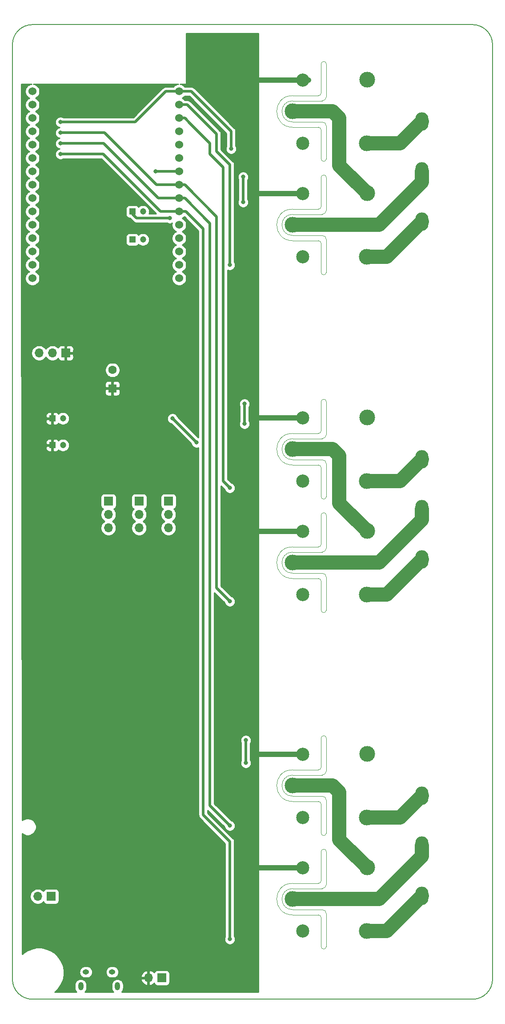
<source format=gbr>
G04 #@! TF.GenerationSoftware,KiCad,Pcbnew,(5.1.12-1-10_14)*
G04 #@! TF.CreationDate,2021-11-18T09:42:33+01:00*
G04 #@! TF.ProjectId,window-shutter-relay-esp8266,77696e64-6f77-42d7-9368-75747465722d,rev?*
G04 #@! TF.SameCoordinates,Original*
G04 #@! TF.FileFunction,Copper,L2,Bot*
G04 #@! TF.FilePolarity,Positive*
%FSLAX46Y46*%
G04 Gerber Fmt 4.6, Leading zero omitted, Abs format (unit mm)*
G04 Created by KiCad (PCBNEW (5.1.12-1-10_14)) date 2021-11-18 09:42:33*
%MOMM*%
%LPD*%
G01*
G04 APERTURE LIST*
G04 #@! TA.AperFunction,Profile*
%ADD10C,0.100000*%
G04 #@! TD*
G04 #@! TA.AperFunction,Profile*
%ADD11C,0.150000*%
G04 #@! TD*
G04 #@! TA.AperFunction,ComponentPad*
%ADD12R,1.200000X1.200000*%
G04 #@! TD*
G04 #@! TA.AperFunction,ComponentPad*
%ADD13C,1.200000*%
G04 #@! TD*
G04 #@! TA.AperFunction,ComponentPad*
%ADD14R,1.700000X1.700000*%
G04 #@! TD*
G04 #@! TA.AperFunction,ComponentPad*
%ADD15O,1.700000X1.700000*%
G04 #@! TD*
G04 #@! TA.AperFunction,ComponentPad*
%ADD16O,2.500000X3.500000*%
G04 #@! TD*
G04 #@! TA.AperFunction,ComponentPad*
%ADD17C,2.500000*%
G04 #@! TD*
G04 #@! TA.AperFunction,ComponentPad*
%ADD18C,3.000000*%
G04 #@! TD*
G04 #@! TA.AperFunction,ComponentPad*
%ADD19C,1.524000*%
G04 #@! TD*
G04 #@! TA.AperFunction,ComponentPad*
%ADD20O,1.000000X1.550000*%
G04 #@! TD*
G04 #@! TA.AperFunction,ComponentPad*
%ADD21O,1.250000X0.950000*%
G04 #@! TD*
G04 #@! TA.AperFunction,ComponentPad*
%ADD22R,1.600000X1.600000*%
G04 #@! TD*
G04 #@! TA.AperFunction,ComponentPad*
%ADD23C,1.600000*%
G04 #@! TD*
G04 #@! TA.AperFunction,ViaPad*
%ADD24C,0.800000*%
G04 #@! TD*
G04 #@! TA.AperFunction,Conductor*
%ADD25C,0.500000*%
G04 #@! TD*
G04 #@! TA.AperFunction,Conductor*
%ADD26C,1.000000*%
G04 #@! TD*
G04 #@! TA.AperFunction,Conductor*
%ADD27C,2.750000*%
G04 #@! TD*
G04 #@! TA.AperFunction,Conductor*
%ADD28C,0.254000*%
G04 #@! TD*
G04 #@! TA.AperFunction,Conductor*
%ADD29C,0.100000*%
G04 #@! TD*
G04 APERTURE END LIST*
D10*
X58997106Y-168369999D02*
G75*
G02*
X59790000Y-169162893I0J-792894D01*
G01*
X59790000Y-175370000D02*
X59790000Y-169162893D01*
X59790000Y-175370000D02*
G75*
G02*
X58790000Y-175370000I-500000J0D01*
G01*
X58790000Y-169870000D02*
X58790000Y-175370000D01*
X58290000Y-169370000D02*
G75*
G02*
X58790000Y-169870000I0J-500000D01*
G01*
X53340000Y-169370000D02*
X58290000Y-169370000D01*
X53340000Y-169370000D02*
G75*
G02*
X53340000Y-163370000I0J3000000D01*
G01*
X58290000Y-163370000D02*
X53340000Y-163370000D01*
X58790000Y-162870000D02*
G75*
G02*
X58290000Y-163370000I-500000J0D01*
G01*
X58790000Y-157369999D02*
X58790000Y-162870000D01*
X58789999Y-157369999D02*
G75*
G02*
X59789999Y-157369999I500000J0D01*
G01*
X59790000Y-163577106D02*
X59789999Y-157369999D01*
X59790000Y-163577106D02*
G75*
G02*
X58997106Y-164370000I-792894J0D01*
G01*
X53340000Y-164370000D02*
X58997106Y-164370000D01*
X53340000Y-168370000D02*
G75*
G02*
X53340000Y-164370000I0J2000000D01*
G01*
X58997106Y-168370000D02*
X53340000Y-168370000D01*
X58997106Y-146779999D02*
G75*
G02*
X59790000Y-147572893I0J-792894D01*
G01*
X59790000Y-153780000D02*
X59790000Y-147572893D01*
X59790000Y-153780000D02*
G75*
G02*
X58790000Y-153780000I-500000J0D01*
G01*
X58790000Y-148280000D02*
X58790000Y-153780000D01*
X58290000Y-147780000D02*
G75*
G02*
X58790000Y-148280000I0J-500000D01*
G01*
X53340000Y-147780000D02*
X58290000Y-147780000D01*
X53340000Y-147780000D02*
G75*
G02*
X53340000Y-141780000I0J3000000D01*
G01*
X58290000Y-141780000D02*
X53340000Y-141780000D01*
X58790000Y-141280000D02*
G75*
G02*
X58290000Y-141780000I-500000J0D01*
G01*
X58790000Y-135779999D02*
X58790000Y-141280000D01*
X58789999Y-135779999D02*
G75*
G02*
X59789999Y-135779999I500000J0D01*
G01*
X59790000Y-141987106D02*
X59789999Y-135779999D01*
X59790000Y-141987106D02*
G75*
G02*
X58997106Y-142780000I-792894J0D01*
G01*
X53340000Y-142780000D02*
X58997106Y-142780000D01*
X53340000Y-146780000D02*
G75*
G02*
X53340000Y-142780000I0J2000000D01*
G01*
X58997106Y-146780000D02*
X53340000Y-146780000D01*
X58997106Y-104361999D02*
G75*
G02*
X59790000Y-105154893I0J-792894D01*
G01*
X59790000Y-111362000D02*
X59790000Y-105154893D01*
X59790000Y-111362000D02*
G75*
G02*
X58790000Y-111362000I-500000J0D01*
G01*
X58790000Y-105862000D02*
X58790000Y-111362000D01*
X58290000Y-105362000D02*
G75*
G02*
X58790000Y-105862000I0J-500000D01*
G01*
X53340000Y-105362000D02*
X58290000Y-105362000D01*
X53340000Y-105362000D02*
G75*
G02*
X53340000Y-99362000I0J3000000D01*
G01*
X58290000Y-99362000D02*
X53340000Y-99362000D01*
X58790000Y-98862000D02*
G75*
G02*
X58290000Y-99362000I-500000J0D01*
G01*
X58790000Y-93361999D02*
X58790000Y-98862000D01*
X58789999Y-93361999D02*
G75*
G02*
X59789999Y-93361999I500000J0D01*
G01*
X59790000Y-99569106D02*
X59789999Y-93361999D01*
X59790000Y-99569106D02*
G75*
G02*
X58997106Y-100362000I-792894J0D01*
G01*
X53340000Y-100362000D02*
X58997106Y-100362000D01*
X53340000Y-104362000D02*
G75*
G02*
X53340000Y-100362000I0J2000000D01*
G01*
X58997106Y-104362000D02*
X53340000Y-104362000D01*
X58997106Y-82771999D02*
G75*
G02*
X59790000Y-83564893I0J-792894D01*
G01*
X59790000Y-89772000D02*
X59790000Y-83564893D01*
X59790000Y-89772000D02*
G75*
G02*
X58790000Y-89772000I-500000J0D01*
G01*
X58790000Y-84272000D02*
X58790000Y-89772000D01*
X58290000Y-83772000D02*
G75*
G02*
X58790000Y-84272000I0J-500000D01*
G01*
X53340000Y-83772000D02*
X58290000Y-83772000D01*
X53340000Y-83772000D02*
G75*
G02*
X53340000Y-77772000I0J3000000D01*
G01*
X58290000Y-77772000D02*
X53340000Y-77772000D01*
X58790000Y-77272000D02*
G75*
G02*
X58290000Y-77772000I-500000J0D01*
G01*
X58790000Y-71771999D02*
X58790000Y-77272000D01*
X58789999Y-71771999D02*
G75*
G02*
X59789999Y-71771999I500000J0D01*
G01*
X59790000Y-77979106D02*
X59789999Y-71771999D01*
X59790000Y-77979106D02*
G75*
G02*
X58997106Y-78772000I-792894J0D01*
G01*
X53340000Y-78772000D02*
X58997106Y-78772000D01*
X53340000Y-82772000D02*
G75*
G02*
X53340000Y-78772000I0J2000000D01*
G01*
X58997106Y-82772000D02*
X53340000Y-82772000D01*
X58997106Y-40099999D02*
G75*
G02*
X59790000Y-40892893I0J-792894D01*
G01*
X59790000Y-47100000D02*
X59790000Y-40892893D01*
X59790000Y-47100000D02*
G75*
G02*
X58790000Y-47100000I-500000J0D01*
G01*
X58790000Y-41600000D02*
X58790000Y-47100000D01*
X58290000Y-41100000D02*
G75*
G02*
X58790000Y-41600000I0J-500000D01*
G01*
X53340000Y-41100000D02*
X58290000Y-41100000D01*
X53340000Y-41100000D02*
G75*
G02*
X53340000Y-35100000I0J3000000D01*
G01*
X58290000Y-35100000D02*
X53340000Y-35100000D01*
X58790000Y-34600000D02*
G75*
G02*
X58290000Y-35100000I-500000J0D01*
G01*
X58790000Y-29099999D02*
X58790000Y-34600000D01*
X58789999Y-29099999D02*
G75*
G02*
X59789999Y-29099999I500000J0D01*
G01*
X59790000Y-35307106D02*
X59789999Y-29099999D01*
X59790000Y-35307106D02*
G75*
G02*
X58997106Y-36100000I-792894J0D01*
G01*
X53340000Y-36100000D02*
X58997106Y-36100000D01*
X53340000Y-40100000D02*
G75*
G02*
X53340000Y-36100000I0J2000000D01*
G01*
X58997106Y-40100000D02*
X53340000Y-40100000D01*
X58997106Y-18509999D02*
G75*
G02*
X59790000Y-19302893I0J-792894D01*
G01*
X59790000Y-25510000D02*
X59790000Y-19302893D01*
X59790000Y-25510000D02*
G75*
G02*
X58790000Y-25510000I-500000J0D01*
G01*
X58790000Y-20010000D02*
X58790000Y-25510000D01*
X58290000Y-19510000D02*
G75*
G02*
X58790000Y-20010000I0J-500000D01*
G01*
X53340000Y-19510000D02*
X58290000Y-19510000D01*
X53340000Y-19510000D02*
G75*
G02*
X53340000Y-13510000I0J3000000D01*
G01*
X58290000Y-13510000D02*
X53340000Y-13510000D01*
X58790000Y-13010000D02*
G75*
G02*
X58290000Y-13510000I-500000J0D01*
G01*
X58790000Y-7509999D02*
X58790000Y-13010000D01*
X58789999Y-7509999D02*
G75*
G02*
X59789999Y-7509999I500000J0D01*
G01*
X59790000Y-13717106D02*
X59789999Y-7509999D01*
X59790000Y-13717106D02*
G75*
G02*
X58997106Y-14510000I-792894J0D01*
G01*
X53340000Y-14510000D02*
X58997106Y-14510000D01*
X53340000Y-18510000D02*
G75*
G02*
X53340000Y-14510000I0J2000000D01*
G01*
X58997106Y-18510000D02*
X53340000Y-18510000D01*
D11*
X91440000Y-181610000D02*
X91440000Y-3810000D01*
X3810000Y-185420000D02*
G75*
G02*
X0Y-181610000I0J3810000D01*
G01*
X91440000Y-181610000D02*
G75*
G02*
X87630000Y-185420000I-3810000J0D01*
G01*
X87630000Y0D02*
G75*
G02*
X91440000Y-3810000I0J-3810000D01*
G01*
X0Y-3810000D02*
G75*
G02*
X3810000Y0I3810000J0D01*
G01*
X0Y-3810000D02*
X0Y-181610000D01*
X87630000Y0D02*
X3810000Y0D01*
X3810000Y-185420000D02*
X87630000Y-185420000D01*
D12*
X22860000Y-35560000D03*
D13*
X24860000Y-35560000D03*
D12*
X22860000Y-40894000D03*
D13*
X24860000Y-40894000D03*
D14*
X10160000Y-62484000D03*
D15*
X7620000Y-62484000D03*
X5080000Y-62484000D03*
D14*
X7366000Y-165862000D03*
D15*
X4826000Y-165862000D03*
D16*
X77978000Y-92202000D03*
X77978000Y-101702000D03*
X77978000Y-82702000D03*
X77978000Y-156210000D03*
X77978000Y-165710000D03*
X77978000Y-146710000D03*
X77978000Y-27940000D03*
X77978000Y-37440000D03*
X77978000Y-18440000D03*
D17*
X55290000Y-108412000D03*
D18*
X67490000Y-108412000D03*
X67540000Y-96362000D03*
D17*
X55290000Y-96412000D03*
D18*
X53340000Y-102362000D03*
D17*
X55290000Y-86822000D03*
D18*
X67490000Y-86822000D03*
X67540000Y-74772000D03*
D17*
X55290000Y-74822000D03*
D18*
X53340000Y-80772000D03*
D17*
X55290000Y-172420000D03*
D18*
X67490000Y-172420000D03*
X67540000Y-160370000D03*
D17*
X55290000Y-160420000D03*
D18*
X53340000Y-166370000D03*
D17*
X55290000Y-150830000D03*
D18*
X67490000Y-150830000D03*
X67540000Y-138780000D03*
D17*
X55290000Y-138830000D03*
D18*
X53340000Y-144780000D03*
D17*
X55290000Y-22560000D03*
D18*
X67490000Y-22560000D03*
X67540000Y-10510000D03*
D17*
X55290000Y-10560000D03*
D18*
X53340000Y-16510000D03*
D17*
X55290000Y-44150000D03*
D18*
X67490000Y-44150000D03*
X67540000Y-32100000D03*
D17*
X55290000Y-32150000D03*
D18*
X53340000Y-38100000D03*
D14*
X18288000Y-90678000D03*
D15*
X18288000Y-93218000D03*
X18288000Y-95758000D03*
X24130000Y-95758000D03*
X24130000Y-93218000D03*
D14*
X24130000Y-90678000D03*
D15*
X29718000Y-95758000D03*
X29718000Y-93218000D03*
D14*
X29718000Y-90678000D03*
D19*
X3810000Y-12700000D03*
X3810000Y-15240000D03*
X3810000Y-17780000D03*
X3810000Y-20320000D03*
X3810000Y-22860000D03*
X3810000Y-25400000D03*
X3810000Y-27940000D03*
X3810000Y-30480000D03*
X3810000Y-33020000D03*
X3810000Y-35560000D03*
X3810000Y-38100000D03*
X3810000Y-40640000D03*
X3810000Y-43180000D03*
X3810000Y-45720000D03*
X3810000Y-48260000D03*
X31750000Y-48260000D03*
X31750000Y-45720000D03*
X31750000Y-43180000D03*
X31750000Y-40640000D03*
X31750000Y-38100000D03*
X31750000Y-35560000D03*
X31750000Y-33020000D03*
X31750000Y-30480000D03*
X31750000Y-27940000D03*
X31750000Y-25400000D03*
X31750000Y-22860000D03*
X31750000Y-20320000D03*
X31750000Y-17780000D03*
X31750000Y-15240000D03*
X31750000Y-12700000D03*
D20*
X20010000Y-182960000D03*
X13010000Y-182960000D03*
D21*
X19010000Y-180260000D03*
X14010000Y-180260000D03*
D15*
X25908000Y-181356000D03*
D14*
X28448000Y-181356000D03*
D13*
X9620000Y-74930000D03*
D12*
X7620000Y-74930000D03*
X7620000Y-80010000D03*
D13*
X9620000Y-80010000D03*
D22*
X19050000Y-69215000D03*
D23*
X19050000Y-65715000D03*
D24*
X44450000Y-140462000D03*
X43942000Y-33782000D03*
X43942000Y-28956000D03*
X44196000Y-75946000D03*
X44450000Y-136144000D03*
X35052000Y-79502000D03*
X30480000Y-74930000D03*
X44196000Y-72136000D03*
X27305000Y-27940000D03*
X4826000Y-68580000D03*
X11430000Y-68580000D03*
X11430000Y-67056000D03*
X15240000Y-177800000D03*
X3810000Y-68580000D03*
X11430000Y-69850000D03*
X44704000Y-88138000D03*
X44704000Y-109728000D03*
X44958000Y-23622000D03*
X44958000Y-152400000D03*
X44958000Y-173736000D03*
X44704000Y-45720000D03*
X9144000Y-18542000D03*
X41656000Y-23622000D03*
X41402000Y-45720000D03*
X41402000Y-88138000D03*
X9144000Y-20574000D03*
X41402000Y-109728000D03*
X9144000Y-22606000D03*
X41402000Y-152400000D03*
X9144000Y-24638000D03*
X41402000Y-173990000D03*
X29972000Y-36830000D03*
D25*
X44450000Y-140462000D02*
X44450000Y-136144000D01*
X43942000Y-33782000D02*
X43942000Y-28956000D01*
X35052000Y-79502000D02*
X30480000Y-74930000D01*
X44196000Y-75946000D02*
X44196000Y-72136000D01*
X31750000Y-27940000D02*
X31115000Y-27940000D01*
X31750000Y-27940000D02*
X27305000Y-27940000D01*
D26*
X56414000Y-10560000D02*
X45974000Y-10560000D01*
X55290000Y-32150000D02*
X45850000Y-32150000D01*
X55290000Y-96412000D02*
X46500000Y-96412000D01*
X55906000Y-74822000D02*
X46500000Y-74822000D01*
X55290000Y-138830000D02*
X46850000Y-138830000D01*
X55290000Y-160420000D02*
X46500000Y-160420000D01*
D27*
X73858000Y-22560000D02*
X77978000Y-18440000D01*
X67490000Y-22560000D02*
X73858000Y-22560000D01*
X77978000Y-29972000D02*
X69850000Y-38100000D01*
X77978000Y-27940000D02*
X77978000Y-29972000D01*
X53340000Y-38100000D02*
X69850000Y-38100000D01*
X71268000Y-44150000D02*
X77978000Y-37440000D01*
X67490000Y-44150000D02*
X71268000Y-44150000D01*
X67490000Y-108412000D02*
X71268000Y-108412000D01*
X71268000Y-108412000D02*
X77978000Y-101702000D01*
X77978000Y-92202000D02*
X77978000Y-94234000D01*
X77978000Y-94234000D02*
X69850000Y-102362000D01*
X53340000Y-102362000D02*
X69850000Y-102362000D01*
X67490000Y-86822000D02*
X73858000Y-86822000D01*
X73858000Y-86822000D02*
X77978000Y-82702000D01*
X67490000Y-150830000D02*
X73858000Y-150830000D01*
X73858000Y-150830000D02*
X77978000Y-146710000D01*
X77978000Y-156210000D02*
X77978000Y-158242000D01*
X77978000Y-158242000D02*
X69850000Y-166370000D01*
X53340000Y-166370000D02*
X69850000Y-166370000D01*
X67490000Y-172420000D02*
X71268000Y-172420000D01*
X71268000Y-172420000D02*
X77978000Y-165710000D01*
D25*
X31750000Y-12700000D02*
X34036000Y-12700000D01*
X41656000Y-20320000D02*
X41656000Y-20828000D01*
X34036000Y-12700000D02*
X41656000Y-20320000D01*
X41656000Y-23622000D02*
X41656000Y-20828000D01*
X9144000Y-18542000D02*
X23368000Y-18542000D01*
X29210000Y-12700000D02*
X31750000Y-12700000D01*
X23368000Y-18542000D02*
X29210000Y-12700000D01*
X35814000Y-17780000D02*
X37592000Y-19558000D01*
X31750000Y-15240000D02*
X33274000Y-15240000D01*
X33274000Y-15240000D02*
X35052000Y-17018000D01*
X35052000Y-17018000D02*
X37592000Y-19558000D01*
X34036000Y-16002000D02*
X35052000Y-17018000D01*
X41402000Y-26670000D02*
X41402000Y-45720000D01*
X38862000Y-24130000D02*
X41402000Y-26670000D01*
X38862000Y-20828000D02*
X38862000Y-24130000D01*
X37592000Y-19558000D02*
X38862000Y-20828000D01*
X35306000Y-20320000D02*
X36576000Y-21590000D01*
X40132000Y-46990000D02*
X40132000Y-27178000D01*
X37592000Y-22606000D02*
X36576000Y-21590000D01*
X37592000Y-24638000D02*
X37592000Y-22606000D01*
X40132000Y-27178000D02*
X37592000Y-24638000D01*
X32827630Y-17780000D02*
X34290000Y-19242370D01*
X31750000Y-17780000D02*
X32827630Y-17780000D01*
X34290000Y-19304000D02*
X36576000Y-21590000D01*
X34290000Y-19242370D02*
X34290000Y-19304000D01*
X33528000Y-18542000D02*
X34290000Y-19304000D01*
X40132000Y-86868000D02*
X41402000Y-88138000D01*
X40132000Y-46990000D02*
X40132000Y-86868000D01*
X38862000Y-107188000D02*
X41402000Y-109728000D01*
X32827630Y-30480000D02*
X38862000Y-36514370D01*
X31750000Y-30480000D02*
X32827630Y-30480000D01*
X38862000Y-36830000D02*
X38862000Y-107188000D01*
X38862000Y-36514370D02*
X38862000Y-36830000D01*
X31750000Y-30480000D02*
X27432000Y-30480000D01*
X27432000Y-30480000D02*
X17526000Y-20574000D01*
X17526000Y-20574000D02*
X9144000Y-20574000D01*
D27*
X60960000Y-16510000D02*
X53340000Y-16510000D01*
X62230000Y-17780000D02*
X60960000Y-16510000D01*
X62230000Y-26790000D02*
X62230000Y-17780000D01*
X67540000Y-32100000D02*
X62230000Y-26790000D01*
X67540000Y-96362000D02*
X62230000Y-91052000D01*
X60960000Y-80772000D02*
X53340000Y-80772000D01*
X62230000Y-91052000D02*
X62230000Y-82042000D01*
X62230000Y-82042000D02*
X60960000Y-80772000D01*
X67540000Y-160370000D02*
X62230000Y-155060000D01*
X60960000Y-144780000D02*
X53340000Y-144780000D01*
X62230000Y-155060000D02*
X62230000Y-146050000D01*
X62230000Y-146050000D02*
X60960000Y-144780000D01*
D25*
X41402000Y-152400000D02*
X37592000Y-148590000D01*
X37592000Y-37784370D02*
X37592000Y-38100000D01*
X32827630Y-33020000D02*
X37592000Y-37784370D01*
X31750000Y-33020000D02*
X32827630Y-33020000D01*
X37592000Y-148590000D02*
X37592000Y-38100000D01*
X27813000Y-33020000D02*
X17399000Y-22606000D01*
X31750000Y-33020000D02*
X27813000Y-33020000D01*
X9144000Y-22606000D02*
X17399000Y-22606000D01*
X41402000Y-155448000D02*
X41402000Y-173990000D01*
X36322000Y-150368000D02*
X41402000Y-155448000D01*
X33020000Y-35560000D02*
X36322000Y-38862000D01*
X31750000Y-35560000D02*
X33020000Y-35560000D01*
X36322000Y-38862000D02*
X36322000Y-150368000D01*
X31750000Y-35560000D02*
X28194000Y-35560000D01*
X28194000Y-35560000D02*
X17272000Y-24638000D01*
X17272000Y-24638000D02*
X9144000Y-24638000D01*
X29972000Y-36830000D02*
X23622000Y-36830000D01*
X23622000Y-36830000D02*
X22860000Y-36068000D01*
X22860000Y-36068000D02*
X22860000Y-35687000D01*
D28*
X46863000Y-184023000D02*
X20831590Y-184023000D01*
X20958284Y-183868623D01*
X21063676Y-183671446D01*
X21128577Y-183457498D01*
X21145000Y-183290751D01*
X21145000Y-182629248D01*
X21128577Y-182462501D01*
X21063676Y-182248553D01*
X20958284Y-182051377D01*
X20816449Y-181878551D01*
X20643623Y-181736716D01*
X20599050Y-181712891D01*
X24466519Y-181712891D01*
X24563843Y-181987252D01*
X24712822Y-182237355D01*
X24907731Y-182453588D01*
X25141080Y-182627641D01*
X25403901Y-182752825D01*
X25551110Y-182797476D01*
X25781000Y-182676155D01*
X25781000Y-181483000D01*
X24587186Y-181483000D01*
X24466519Y-181712891D01*
X20599050Y-181712891D01*
X20446446Y-181631324D01*
X20232498Y-181566423D01*
X20010000Y-181544509D01*
X19787501Y-181566423D01*
X19573553Y-181631324D01*
X19376377Y-181736716D01*
X19203551Y-181878551D01*
X19061716Y-182051377D01*
X18956324Y-182248554D01*
X18891423Y-182462502D01*
X18875000Y-182629249D01*
X18875000Y-183290752D01*
X18891423Y-183457499D01*
X18956324Y-183671447D01*
X19061717Y-183868623D01*
X19188411Y-184023000D01*
X13831590Y-184023000D01*
X13958284Y-183868623D01*
X14063676Y-183671446D01*
X14128577Y-183457498D01*
X14145000Y-183290751D01*
X14145000Y-182629248D01*
X14128577Y-182462501D01*
X14063676Y-182248553D01*
X13958284Y-182051377D01*
X13816449Y-181878551D01*
X13643623Y-181736716D01*
X13446446Y-181631324D01*
X13232498Y-181566423D01*
X13010000Y-181544509D01*
X12787501Y-181566423D01*
X12573553Y-181631324D01*
X12376377Y-181736716D01*
X12203551Y-181878551D01*
X12061716Y-182051377D01*
X11956324Y-182248554D01*
X11891423Y-182462502D01*
X11875000Y-182629249D01*
X11875000Y-183290752D01*
X11891423Y-183457499D01*
X11956324Y-183671447D01*
X12061717Y-183868623D01*
X12188411Y-184023000D01*
X8076377Y-184023000D01*
X8093287Y-184011701D01*
X8751701Y-183353287D01*
X9269013Y-182579074D01*
X9625344Y-181718815D01*
X9807000Y-180805569D01*
X9807000Y-180260000D01*
X12744630Y-180260000D01*
X12766062Y-180477598D01*
X12829532Y-180686834D01*
X12932604Y-180879666D01*
X13071314Y-181048686D01*
X13240334Y-181187396D01*
X13433166Y-181290468D01*
X13642402Y-181353938D01*
X13805479Y-181370000D01*
X14214521Y-181370000D01*
X14377598Y-181353938D01*
X14586834Y-181290468D01*
X14779666Y-181187396D01*
X14948686Y-181048686D01*
X15087396Y-180879666D01*
X15190468Y-180686834D01*
X15253938Y-180477598D01*
X15275370Y-180260000D01*
X17744630Y-180260000D01*
X17766062Y-180477598D01*
X17829532Y-180686834D01*
X17932604Y-180879666D01*
X18071314Y-181048686D01*
X18240334Y-181187396D01*
X18433166Y-181290468D01*
X18642402Y-181353938D01*
X18805479Y-181370000D01*
X19214521Y-181370000D01*
X19377598Y-181353938D01*
X19586834Y-181290468D01*
X19779666Y-181187396D01*
X19948686Y-181048686D01*
X19989372Y-180999109D01*
X24466519Y-180999109D01*
X24587186Y-181229000D01*
X25781000Y-181229000D01*
X25781000Y-180035845D01*
X26035000Y-180035845D01*
X26035000Y-181229000D01*
X26055000Y-181229000D01*
X26055000Y-181483000D01*
X26035000Y-181483000D01*
X26035000Y-182676155D01*
X26264890Y-182797476D01*
X26412099Y-182752825D01*
X26674920Y-182627641D01*
X26908269Y-182453588D01*
X26984034Y-182369534D01*
X27008498Y-182450180D01*
X27067463Y-182560494D01*
X27146815Y-182657185D01*
X27243506Y-182736537D01*
X27353820Y-182795502D01*
X27473518Y-182831812D01*
X27598000Y-182844072D01*
X29298000Y-182844072D01*
X29422482Y-182831812D01*
X29542180Y-182795502D01*
X29652494Y-182736537D01*
X29749185Y-182657185D01*
X29828537Y-182560494D01*
X29887502Y-182450180D01*
X29923812Y-182330482D01*
X29936072Y-182206000D01*
X29936072Y-180506000D01*
X29923812Y-180381518D01*
X29887502Y-180261820D01*
X29828537Y-180151506D01*
X29749185Y-180054815D01*
X29652494Y-179975463D01*
X29542180Y-179916498D01*
X29422482Y-179880188D01*
X29298000Y-179867928D01*
X27598000Y-179867928D01*
X27473518Y-179880188D01*
X27353820Y-179916498D01*
X27243506Y-179975463D01*
X27146815Y-180054815D01*
X27067463Y-180151506D01*
X27008498Y-180261820D01*
X26984034Y-180342466D01*
X26908269Y-180258412D01*
X26674920Y-180084359D01*
X26412099Y-179959175D01*
X26264890Y-179914524D01*
X26035000Y-180035845D01*
X25781000Y-180035845D01*
X25551110Y-179914524D01*
X25403901Y-179959175D01*
X25141080Y-180084359D01*
X24907731Y-180258412D01*
X24712822Y-180474645D01*
X24563843Y-180724748D01*
X24466519Y-180999109D01*
X19989372Y-180999109D01*
X20087396Y-180879666D01*
X20190468Y-180686834D01*
X20253938Y-180477598D01*
X20275370Y-180260000D01*
X20253938Y-180042402D01*
X20190468Y-179833166D01*
X20087396Y-179640334D01*
X19948686Y-179471314D01*
X19779666Y-179332604D01*
X19586834Y-179229532D01*
X19377598Y-179166062D01*
X19214521Y-179150000D01*
X18805479Y-179150000D01*
X18642402Y-179166062D01*
X18433166Y-179229532D01*
X18240334Y-179332604D01*
X18071314Y-179471314D01*
X17932604Y-179640334D01*
X17829532Y-179833166D01*
X17766062Y-180042402D01*
X17744630Y-180260000D01*
X15275370Y-180260000D01*
X15253938Y-180042402D01*
X15190468Y-179833166D01*
X15087396Y-179640334D01*
X14948686Y-179471314D01*
X14779666Y-179332604D01*
X14586834Y-179229532D01*
X14377598Y-179166062D01*
X14214521Y-179150000D01*
X13805479Y-179150000D01*
X13642402Y-179166062D01*
X13433166Y-179229532D01*
X13240334Y-179332604D01*
X13071314Y-179471314D01*
X12932604Y-179640334D01*
X12829532Y-179833166D01*
X12766062Y-180042402D01*
X12744630Y-180260000D01*
X9807000Y-180260000D01*
X9807000Y-179874431D01*
X9625344Y-178961185D01*
X9269013Y-178100926D01*
X8751701Y-177326713D01*
X8093287Y-176668299D01*
X7319074Y-176150987D01*
X6458815Y-175794656D01*
X5545569Y-175613000D01*
X4614431Y-175613000D01*
X3701185Y-175794656D01*
X2840926Y-176150987D01*
X2066713Y-176668299D01*
X1894834Y-176840178D01*
X1879363Y-165715740D01*
X3341000Y-165715740D01*
X3341000Y-166008260D01*
X3398068Y-166295158D01*
X3510010Y-166565411D01*
X3672525Y-166808632D01*
X3879368Y-167015475D01*
X4122589Y-167177990D01*
X4392842Y-167289932D01*
X4679740Y-167347000D01*
X4972260Y-167347000D01*
X5259158Y-167289932D01*
X5529411Y-167177990D01*
X5772632Y-167015475D01*
X5904487Y-166883620D01*
X5926498Y-166956180D01*
X5985463Y-167066494D01*
X6064815Y-167163185D01*
X6161506Y-167242537D01*
X6271820Y-167301502D01*
X6391518Y-167337812D01*
X6516000Y-167350072D01*
X8216000Y-167350072D01*
X8340482Y-167337812D01*
X8460180Y-167301502D01*
X8570494Y-167242537D01*
X8667185Y-167163185D01*
X8746537Y-167066494D01*
X8805502Y-166956180D01*
X8841812Y-166836482D01*
X8854072Y-166712000D01*
X8854072Y-165012000D01*
X8841812Y-164887518D01*
X8805502Y-164767820D01*
X8746537Y-164657506D01*
X8667185Y-164560815D01*
X8570494Y-164481463D01*
X8460180Y-164422498D01*
X8340482Y-164386188D01*
X8216000Y-164373928D01*
X6516000Y-164373928D01*
X6391518Y-164386188D01*
X6271820Y-164422498D01*
X6161506Y-164481463D01*
X6064815Y-164560815D01*
X5985463Y-164657506D01*
X5926498Y-164767820D01*
X5904487Y-164840380D01*
X5772632Y-164708525D01*
X5529411Y-164546010D01*
X5259158Y-164434068D01*
X4972260Y-164377000D01*
X4679740Y-164377000D01*
X4392842Y-164434068D01*
X4122589Y-164546010D01*
X3879368Y-164708525D01*
X3672525Y-164915368D01*
X3510010Y-165158589D01*
X3398068Y-165428842D01*
X3341000Y-165715740D01*
X1879363Y-165715740D01*
X1862961Y-153923200D01*
X1863748Y-153923987D01*
X2131537Y-154102918D01*
X2429088Y-154226168D01*
X2744967Y-154289000D01*
X3067033Y-154289000D01*
X3382912Y-154226168D01*
X3680463Y-154102918D01*
X3948252Y-153923987D01*
X4175987Y-153696252D01*
X4354918Y-153428463D01*
X4478168Y-153130912D01*
X4541000Y-152815033D01*
X4541000Y-152492967D01*
X4478168Y-152177088D01*
X4354918Y-151879537D01*
X4175987Y-151611748D01*
X3948252Y-151384013D01*
X3680463Y-151205082D01*
X3382912Y-151081832D01*
X3067033Y-151019000D01*
X2744967Y-151019000D01*
X2429088Y-151081832D01*
X2131537Y-151205082D01*
X1863748Y-151384013D01*
X1859435Y-151388326D01*
X1773817Y-89828000D01*
X16799928Y-89828000D01*
X16799928Y-91528000D01*
X16812188Y-91652482D01*
X16848498Y-91772180D01*
X16907463Y-91882494D01*
X16986815Y-91979185D01*
X17083506Y-92058537D01*
X17193820Y-92117502D01*
X17266380Y-92139513D01*
X17134525Y-92271368D01*
X16972010Y-92514589D01*
X16860068Y-92784842D01*
X16803000Y-93071740D01*
X16803000Y-93364260D01*
X16860068Y-93651158D01*
X16972010Y-93921411D01*
X17134525Y-94164632D01*
X17341368Y-94371475D01*
X17515760Y-94488000D01*
X17341368Y-94604525D01*
X17134525Y-94811368D01*
X16972010Y-95054589D01*
X16860068Y-95324842D01*
X16803000Y-95611740D01*
X16803000Y-95904260D01*
X16860068Y-96191158D01*
X16972010Y-96461411D01*
X17134525Y-96704632D01*
X17341368Y-96911475D01*
X17584589Y-97073990D01*
X17854842Y-97185932D01*
X18141740Y-97243000D01*
X18434260Y-97243000D01*
X18721158Y-97185932D01*
X18991411Y-97073990D01*
X19234632Y-96911475D01*
X19441475Y-96704632D01*
X19603990Y-96461411D01*
X19715932Y-96191158D01*
X19773000Y-95904260D01*
X19773000Y-95611740D01*
X19715932Y-95324842D01*
X19603990Y-95054589D01*
X19441475Y-94811368D01*
X19234632Y-94604525D01*
X19060240Y-94488000D01*
X19234632Y-94371475D01*
X19441475Y-94164632D01*
X19603990Y-93921411D01*
X19715932Y-93651158D01*
X19773000Y-93364260D01*
X19773000Y-93071740D01*
X19715932Y-92784842D01*
X19603990Y-92514589D01*
X19441475Y-92271368D01*
X19309620Y-92139513D01*
X19382180Y-92117502D01*
X19492494Y-92058537D01*
X19589185Y-91979185D01*
X19668537Y-91882494D01*
X19727502Y-91772180D01*
X19763812Y-91652482D01*
X19776072Y-91528000D01*
X19776072Y-89828000D01*
X22641928Y-89828000D01*
X22641928Y-91528000D01*
X22654188Y-91652482D01*
X22690498Y-91772180D01*
X22749463Y-91882494D01*
X22828815Y-91979185D01*
X22925506Y-92058537D01*
X23035820Y-92117502D01*
X23108380Y-92139513D01*
X22976525Y-92271368D01*
X22814010Y-92514589D01*
X22702068Y-92784842D01*
X22645000Y-93071740D01*
X22645000Y-93364260D01*
X22702068Y-93651158D01*
X22814010Y-93921411D01*
X22976525Y-94164632D01*
X23183368Y-94371475D01*
X23357760Y-94488000D01*
X23183368Y-94604525D01*
X22976525Y-94811368D01*
X22814010Y-95054589D01*
X22702068Y-95324842D01*
X22645000Y-95611740D01*
X22645000Y-95904260D01*
X22702068Y-96191158D01*
X22814010Y-96461411D01*
X22976525Y-96704632D01*
X23183368Y-96911475D01*
X23426589Y-97073990D01*
X23696842Y-97185932D01*
X23983740Y-97243000D01*
X24276260Y-97243000D01*
X24563158Y-97185932D01*
X24833411Y-97073990D01*
X25076632Y-96911475D01*
X25283475Y-96704632D01*
X25445990Y-96461411D01*
X25557932Y-96191158D01*
X25615000Y-95904260D01*
X25615000Y-95611740D01*
X25557932Y-95324842D01*
X25445990Y-95054589D01*
X25283475Y-94811368D01*
X25076632Y-94604525D01*
X24902240Y-94488000D01*
X25076632Y-94371475D01*
X25283475Y-94164632D01*
X25445990Y-93921411D01*
X25557932Y-93651158D01*
X25615000Y-93364260D01*
X25615000Y-93071740D01*
X25557932Y-92784842D01*
X25445990Y-92514589D01*
X25283475Y-92271368D01*
X25151620Y-92139513D01*
X25224180Y-92117502D01*
X25334494Y-92058537D01*
X25431185Y-91979185D01*
X25510537Y-91882494D01*
X25569502Y-91772180D01*
X25605812Y-91652482D01*
X25618072Y-91528000D01*
X25618072Y-89828000D01*
X28229928Y-89828000D01*
X28229928Y-91528000D01*
X28242188Y-91652482D01*
X28278498Y-91772180D01*
X28337463Y-91882494D01*
X28416815Y-91979185D01*
X28513506Y-92058537D01*
X28623820Y-92117502D01*
X28696380Y-92139513D01*
X28564525Y-92271368D01*
X28402010Y-92514589D01*
X28290068Y-92784842D01*
X28233000Y-93071740D01*
X28233000Y-93364260D01*
X28290068Y-93651158D01*
X28402010Y-93921411D01*
X28564525Y-94164632D01*
X28771368Y-94371475D01*
X28945760Y-94488000D01*
X28771368Y-94604525D01*
X28564525Y-94811368D01*
X28402010Y-95054589D01*
X28290068Y-95324842D01*
X28233000Y-95611740D01*
X28233000Y-95904260D01*
X28290068Y-96191158D01*
X28402010Y-96461411D01*
X28564525Y-96704632D01*
X28771368Y-96911475D01*
X29014589Y-97073990D01*
X29284842Y-97185932D01*
X29571740Y-97243000D01*
X29864260Y-97243000D01*
X30151158Y-97185932D01*
X30421411Y-97073990D01*
X30664632Y-96911475D01*
X30871475Y-96704632D01*
X31033990Y-96461411D01*
X31145932Y-96191158D01*
X31203000Y-95904260D01*
X31203000Y-95611740D01*
X31145932Y-95324842D01*
X31033990Y-95054589D01*
X30871475Y-94811368D01*
X30664632Y-94604525D01*
X30490240Y-94488000D01*
X30664632Y-94371475D01*
X30871475Y-94164632D01*
X31033990Y-93921411D01*
X31145932Y-93651158D01*
X31203000Y-93364260D01*
X31203000Y-93071740D01*
X31145932Y-92784842D01*
X31033990Y-92514589D01*
X30871475Y-92271368D01*
X30739620Y-92139513D01*
X30812180Y-92117502D01*
X30922494Y-92058537D01*
X31019185Y-91979185D01*
X31098537Y-91882494D01*
X31157502Y-91772180D01*
X31193812Y-91652482D01*
X31206072Y-91528000D01*
X31206072Y-89828000D01*
X31193812Y-89703518D01*
X31157502Y-89583820D01*
X31098537Y-89473506D01*
X31019185Y-89376815D01*
X30922494Y-89297463D01*
X30812180Y-89238498D01*
X30692482Y-89202188D01*
X30568000Y-89189928D01*
X28868000Y-89189928D01*
X28743518Y-89202188D01*
X28623820Y-89238498D01*
X28513506Y-89297463D01*
X28416815Y-89376815D01*
X28337463Y-89473506D01*
X28278498Y-89583820D01*
X28242188Y-89703518D01*
X28229928Y-89828000D01*
X25618072Y-89828000D01*
X25605812Y-89703518D01*
X25569502Y-89583820D01*
X25510537Y-89473506D01*
X25431185Y-89376815D01*
X25334494Y-89297463D01*
X25224180Y-89238498D01*
X25104482Y-89202188D01*
X24980000Y-89189928D01*
X23280000Y-89189928D01*
X23155518Y-89202188D01*
X23035820Y-89238498D01*
X22925506Y-89297463D01*
X22828815Y-89376815D01*
X22749463Y-89473506D01*
X22690498Y-89583820D01*
X22654188Y-89703518D01*
X22641928Y-89828000D01*
X19776072Y-89828000D01*
X19763812Y-89703518D01*
X19727502Y-89583820D01*
X19668537Y-89473506D01*
X19589185Y-89376815D01*
X19492494Y-89297463D01*
X19382180Y-89238498D01*
X19262482Y-89202188D01*
X19138000Y-89189928D01*
X17438000Y-89189928D01*
X17313518Y-89202188D01*
X17193820Y-89238498D01*
X17083506Y-89297463D01*
X16986815Y-89376815D01*
X16907463Y-89473506D01*
X16848498Y-89583820D01*
X16812188Y-89703518D01*
X16799928Y-89828000D01*
X1773817Y-89828000D01*
X1760996Y-80610000D01*
X6381928Y-80610000D01*
X6394188Y-80734482D01*
X6430498Y-80854180D01*
X6489463Y-80964494D01*
X6568815Y-81061185D01*
X6665506Y-81140537D01*
X6775820Y-81199502D01*
X6895518Y-81235812D01*
X7020000Y-81248072D01*
X7334250Y-81245000D01*
X7493000Y-81086250D01*
X7493000Y-80137000D01*
X6543750Y-80137000D01*
X6385000Y-80295750D01*
X6381928Y-80610000D01*
X1760996Y-80610000D01*
X1759327Y-79410000D01*
X6381928Y-79410000D01*
X6385000Y-79724250D01*
X6543750Y-79883000D01*
X7493000Y-79883000D01*
X7493000Y-78933750D01*
X7747000Y-78933750D01*
X7747000Y-79883000D01*
X7767000Y-79883000D01*
X7767000Y-80137000D01*
X7747000Y-80137000D01*
X7747000Y-81086250D01*
X7905750Y-81245000D01*
X8220000Y-81248072D01*
X8344482Y-81235812D01*
X8464180Y-81199502D01*
X8574494Y-81140537D01*
X8671185Y-81061185D01*
X8750537Y-80964494D01*
X8777499Y-80914053D01*
X8832733Y-80969287D01*
X9035008Y-81104443D01*
X9259764Y-81197540D01*
X9498363Y-81245000D01*
X9741637Y-81245000D01*
X9980236Y-81197540D01*
X10204992Y-81104443D01*
X10407267Y-80969287D01*
X10579287Y-80797267D01*
X10714443Y-80594992D01*
X10807540Y-80370236D01*
X10855000Y-80131637D01*
X10855000Y-79888363D01*
X10807540Y-79649764D01*
X10714443Y-79425008D01*
X10579287Y-79222733D01*
X10407267Y-79050713D01*
X10204992Y-78915557D01*
X9980236Y-78822460D01*
X9741637Y-78775000D01*
X9498363Y-78775000D01*
X9259764Y-78822460D01*
X9035008Y-78915557D01*
X8832733Y-79050713D01*
X8777499Y-79105947D01*
X8750537Y-79055506D01*
X8671185Y-78958815D01*
X8574494Y-78879463D01*
X8464180Y-78820498D01*
X8344482Y-78784188D01*
X8220000Y-78771928D01*
X7905750Y-78775000D01*
X7747000Y-78933750D01*
X7493000Y-78933750D01*
X7334250Y-78775000D01*
X7020000Y-78771928D01*
X6895518Y-78784188D01*
X6775820Y-78820498D01*
X6665506Y-78879463D01*
X6568815Y-78958815D01*
X6489463Y-79055506D01*
X6430498Y-79165820D01*
X6394188Y-79285518D01*
X6381928Y-79410000D01*
X1759327Y-79410000D01*
X1753931Y-75530000D01*
X6381928Y-75530000D01*
X6394188Y-75654482D01*
X6430498Y-75774180D01*
X6489463Y-75884494D01*
X6568815Y-75981185D01*
X6665506Y-76060537D01*
X6775820Y-76119502D01*
X6895518Y-76155812D01*
X7020000Y-76168072D01*
X7334250Y-76165000D01*
X7493000Y-76006250D01*
X7493000Y-75057000D01*
X6543750Y-75057000D01*
X6385000Y-75215750D01*
X6381928Y-75530000D01*
X1753931Y-75530000D01*
X1752262Y-74330000D01*
X6381928Y-74330000D01*
X6385000Y-74644250D01*
X6543750Y-74803000D01*
X7493000Y-74803000D01*
X7493000Y-73853750D01*
X7747000Y-73853750D01*
X7747000Y-74803000D01*
X7767000Y-74803000D01*
X7767000Y-75057000D01*
X7747000Y-75057000D01*
X7747000Y-76006250D01*
X7905750Y-76165000D01*
X8220000Y-76168072D01*
X8344482Y-76155812D01*
X8464180Y-76119502D01*
X8574494Y-76060537D01*
X8671185Y-75981185D01*
X8750537Y-75884494D01*
X8777499Y-75834053D01*
X8832733Y-75889287D01*
X9035008Y-76024443D01*
X9259764Y-76117540D01*
X9498363Y-76165000D01*
X9741637Y-76165000D01*
X9980236Y-76117540D01*
X10204992Y-76024443D01*
X10407267Y-75889287D01*
X10579287Y-75717267D01*
X10714443Y-75514992D01*
X10807540Y-75290236D01*
X10855000Y-75051637D01*
X10855000Y-74808363D01*
X10807540Y-74569764D01*
X10714443Y-74345008D01*
X10579287Y-74142733D01*
X10407267Y-73970713D01*
X10204992Y-73835557D01*
X9980236Y-73742460D01*
X9741637Y-73695000D01*
X9498363Y-73695000D01*
X9259764Y-73742460D01*
X9035008Y-73835557D01*
X8832733Y-73970713D01*
X8777499Y-74025947D01*
X8750537Y-73975506D01*
X8671185Y-73878815D01*
X8574494Y-73799463D01*
X8464180Y-73740498D01*
X8344482Y-73704188D01*
X8220000Y-73691928D01*
X7905750Y-73695000D01*
X7747000Y-73853750D01*
X7493000Y-73853750D01*
X7334250Y-73695000D01*
X7020000Y-73691928D01*
X6895518Y-73704188D01*
X6775820Y-73740498D01*
X6665506Y-73799463D01*
X6568815Y-73878815D01*
X6489463Y-73975506D01*
X6430498Y-74085820D01*
X6394188Y-74205518D01*
X6381928Y-74330000D01*
X1752262Y-74330000D01*
X1746261Y-70015000D01*
X17611928Y-70015000D01*
X17624188Y-70139482D01*
X17660498Y-70259180D01*
X17719463Y-70369494D01*
X17798815Y-70466185D01*
X17895506Y-70545537D01*
X18005820Y-70604502D01*
X18125518Y-70640812D01*
X18250000Y-70653072D01*
X18764250Y-70650000D01*
X18923000Y-70491250D01*
X18923000Y-69342000D01*
X19177000Y-69342000D01*
X19177000Y-70491250D01*
X19335750Y-70650000D01*
X19850000Y-70653072D01*
X19974482Y-70640812D01*
X20094180Y-70604502D01*
X20204494Y-70545537D01*
X20301185Y-70466185D01*
X20380537Y-70369494D01*
X20439502Y-70259180D01*
X20475812Y-70139482D01*
X20488072Y-70015000D01*
X20485000Y-69500750D01*
X20326250Y-69342000D01*
X19177000Y-69342000D01*
X18923000Y-69342000D01*
X17773750Y-69342000D01*
X17615000Y-69500750D01*
X17611928Y-70015000D01*
X1746261Y-70015000D01*
X1744036Y-68415000D01*
X17611928Y-68415000D01*
X17615000Y-68929250D01*
X17773750Y-69088000D01*
X18923000Y-69088000D01*
X18923000Y-67938750D01*
X19177000Y-67938750D01*
X19177000Y-69088000D01*
X20326250Y-69088000D01*
X20485000Y-68929250D01*
X20488072Y-68415000D01*
X20475812Y-68290518D01*
X20439502Y-68170820D01*
X20380537Y-68060506D01*
X20301185Y-67963815D01*
X20204494Y-67884463D01*
X20094180Y-67825498D01*
X19974482Y-67789188D01*
X19850000Y-67776928D01*
X19335750Y-67780000D01*
X19177000Y-67938750D01*
X18923000Y-67938750D01*
X18764250Y-67780000D01*
X18250000Y-67776928D01*
X18125518Y-67789188D01*
X18005820Y-67825498D01*
X17895506Y-67884463D01*
X17798815Y-67963815D01*
X17719463Y-68060506D01*
X17660498Y-68170820D01*
X17624188Y-68290518D01*
X17611928Y-68415000D01*
X1744036Y-68415000D01*
X1740084Y-65573665D01*
X17615000Y-65573665D01*
X17615000Y-65856335D01*
X17670147Y-66133574D01*
X17778320Y-66394727D01*
X17935363Y-66629759D01*
X18135241Y-66829637D01*
X18370273Y-66986680D01*
X18631426Y-67094853D01*
X18908665Y-67150000D01*
X19191335Y-67150000D01*
X19468574Y-67094853D01*
X19729727Y-66986680D01*
X19964759Y-66829637D01*
X20164637Y-66629759D01*
X20321680Y-66394727D01*
X20429853Y-66133574D01*
X20485000Y-65856335D01*
X20485000Y-65573665D01*
X20429853Y-65296426D01*
X20321680Y-65035273D01*
X20164637Y-64800241D01*
X19964759Y-64600363D01*
X19729727Y-64443320D01*
X19468574Y-64335147D01*
X19191335Y-64280000D01*
X18908665Y-64280000D01*
X18631426Y-64335147D01*
X18370273Y-64443320D01*
X18135241Y-64600363D01*
X17935363Y-64800241D01*
X17778320Y-65035273D01*
X17670147Y-65296426D01*
X17615000Y-65573665D01*
X1740084Y-65573665D01*
X1735582Y-62337740D01*
X3595000Y-62337740D01*
X3595000Y-62630260D01*
X3652068Y-62917158D01*
X3764010Y-63187411D01*
X3926525Y-63430632D01*
X4133368Y-63637475D01*
X4376589Y-63799990D01*
X4646842Y-63911932D01*
X4933740Y-63969000D01*
X5226260Y-63969000D01*
X5513158Y-63911932D01*
X5783411Y-63799990D01*
X6026632Y-63637475D01*
X6233475Y-63430632D01*
X6350000Y-63256240D01*
X6466525Y-63430632D01*
X6673368Y-63637475D01*
X6916589Y-63799990D01*
X7186842Y-63911932D01*
X7473740Y-63969000D01*
X7766260Y-63969000D01*
X8053158Y-63911932D01*
X8323411Y-63799990D01*
X8566632Y-63637475D01*
X8698487Y-63505620D01*
X8720498Y-63578180D01*
X8779463Y-63688494D01*
X8858815Y-63785185D01*
X8955506Y-63864537D01*
X9065820Y-63923502D01*
X9185518Y-63959812D01*
X9310000Y-63972072D01*
X9874250Y-63969000D01*
X10033000Y-63810250D01*
X10033000Y-62611000D01*
X10287000Y-62611000D01*
X10287000Y-63810250D01*
X10445750Y-63969000D01*
X11010000Y-63972072D01*
X11134482Y-63959812D01*
X11254180Y-63923502D01*
X11364494Y-63864537D01*
X11461185Y-63785185D01*
X11540537Y-63688494D01*
X11599502Y-63578180D01*
X11635812Y-63458482D01*
X11648072Y-63334000D01*
X11645000Y-62769750D01*
X11486250Y-62611000D01*
X10287000Y-62611000D01*
X10033000Y-62611000D01*
X10013000Y-62611000D01*
X10013000Y-62357000D01*
X10033000Y-62357000D01*
X10033000Y-61157750D01*
X10287000Y-61157750D01*
X10287000Y-62357000D01*
X11486250Y-62357000D01*
X11645000Y-62198250D01*
X11648072Y-61634000D01*
X11635812Y-61509518D01*
X11599502Y-61389820D01*
X11540537Y-61279506D01*
X11461185Y-61182815D01*
X11364494Y-61103463D01*
X11254180Y-61044498D01*
X11134482Y-61008188D01*
X11010000Y-60995928D01*
X10445750Y-60999000D01*
X10287000Y-61157750D01*
X10033000Y-61157750D01*
X9874250Y-60999000D01*
X9310000Y-60995928D01*
X9185518Y-61008188D01*
X9065820Y-61044498D01*
X8955506Y-61103463D01*
X8858815Y-61182815D01*
X8779463Y-61279506D01*
X8720498Y-61389820D01*
X8698487Y-61462380D01*
X8566632Y-61330525D01*
X8323411Y-61168010D01*
X8053158Y-61056068D01*
X7766260Y-60999000D01*
X7473740Y-60999000D01*
X7186842Y-61056068D01*
X6916589Y-61168010D01*
X6673368Y-61330525D01*
X6466525Y-61537368D01*
X6350000Y-61711760D01*
X6233475Y-61537368D01*
X6026632Y-61330525D01*
X5783411Y-61168010D01*
X5513158Y-61056068D01*
X5226260Y-60999000D01*
X4933740Y-60999000D01*
X4646842Y-61056068D01*
X4376589Y-61168010D01*
X4133368Y-61330525D01*
X3926525Y-61537368D01*
X3764010Y-61780589D01*
X3652068Y-62050842D01*
X3595000Y-62337740D01*
X1735582Y-62337740D01*
X1664601Y-11303000D01*
X3672408Y-11303000D01*
X3402510Y-11356686D01*
X3148273Y-11461995D01*
X2919465Y-11614880D01*
X2724880Y-11809465D01*
X2571995Y-12038273D01*
X2466686Y-12292510D01*
X2413000Y-12562408D01*
X2413000Y-12837592D01*
X2466686Y-13107490D01*
X2571995Y-13361727D01*
X2724880Y-13590535D01*
X2919465Y-13785120D01*
X3148273Y-13938005D01*
X3225515Y-13970000D01*
X3148273Y-14001995D01*
X2919465Y-14154880D01*
X2724880Y-14349465D01*
X2571995Y-14578273D01*
X2466686Y-14832510D01*
X2413000Y-15102408D01*
X2413000Y-15377592D01*
X2466686Y-15647490D01*
X2571995Y-15901727D01*
X2724880Y-16130535D01*
X2919465Y-16325120D01*
X3148273Y-16478005D01*
X3225515Y-16510000D01*
X3148273Y-16541995D01*
X2919465Y-16694880D01*
X2724880Y-16889465D01*
X2571995Y-17118273D01*
X2466686Y-17372510D01*
X2413000Y-17642408D01*
X2413000Y-17917592D01*
X2466686Y-18187490D01*
X2571995Y-18441727D01*
X2724880Y-18670535D01*
X2919465Y-18865120D01*
X3148273Y-19018005D01*
X3225515Y-19050000D01*
X3148273Y-19081995D01*
X2919465Y-19234880D01*
X2724880Y-19429465D01*
X2571995Y-19658273D01*
X2466686Y-19912510D01*
X2413000Y-20182408D01*
X2413000Y-20457592D01*
X2466686Y-20727490D01*
X2571995Y-20981727D01*
X2724880Y-21210535D01*
X2919465Y-21405120D01*
X3148273Y-21558005D01*
X3225515Y-21590000D01*
X3148273Y-21621995D01*
X2919465Y-21774880D01*
X2724880Y-21969465D01*
X2571995Y-22198273D01*
X2466686Y-22452510D01*
X2413000Y-22722408D01*
X2413000Y-22997592D01*
X2466686Y-23267490D01*
X2571995Y-23521727D01*
X2724880Y-23750535D01*
X2919465Y-23945120D01*
X3148273Y-24098005D01*
X3225515Y-24130000D01*
X3148273Y-24161995D01*
X2919465Y-24314880D01*
X2724880Y-24509465D01*
X2571995Y-24738273D01*
X2466686Y-24992510D01*
X2413000Y-25262408D01*
X2413000Y-25537592D01*
X2466686Y-25807490D01*
X2571995Y-26061727D01*
X2724880Y-26290535D01*
X2919465Y-26485120D01*
X3148273Y-26638005D01*
X3225515Y-26670000D01*
X3148273Y-26701995D01*
X2919465Y-26854880D01*
X2724880Y-27049465D01*
X2571995Y-27278273D01*
X2466686Y-27532510D01*
X2413000Y-27802408D01*
X2413000Y-28077592D01*
X2466686Y-28347490D01*
X2571995Y-28601727D01*
X2724880Y-28830535D01*
X2919465Y-29025120D01*
X3148273Y-29178005D01*
X3225515Y-29210000D01*
X3148273Y-29241995D01*
X2919465Y-29394880D01*
X2724880Y-29589465D01*
X2571995Y-29818273D01*
X2466686Y-30072510D01*
X2413000Y-30342408D01*
X2413000Y-30617592D01*
X2466686Y-30887490D01*
X2571995Y-31141727D01*
X2724880Y-31370535D01*
X2919465Y-31565120D01*
X3148273Y-31718005D01*
X3225515Y-31750000D01*
X3148273Y-31781995D01*
X2919465Y-31934880D01*
X2724880Y-32129465D01*
X2571995Y-32358273D01*
X2466686Y-32612510D01*
X2413000Y-32882408D01*
X2413000Y-33157592D01*
X2466686Y-33427490D01*
X2571995Y-33681727D01*
X2724880Y-33910535D01*
X2919465Y-34105120D01*
X3148273Y-34258005D01*
X3225515Y-34290000D01*
X3148273Y-34321995D01*
X2919465Y-34474880D01*
X2724880Y-34669465D01*
X2571995Y-34898273D01*
X2466686Y-35152510D01*
X2413000Y-35422408D01*
X2413000Y-35697592D01*
X2466686Y-35967490D01*
X2571995Y-36221727D01*
X2724880Y-36450535D01*
X2919465Y-36645120D01*
X3148273Y-36798005D01*
X3225515Y-36830000D01*
X3148273Y-36861995D01*
X2919465Y-37014880D01*
X2724880Y-37209465D01*
X2571995Y-37438273D01*
X2466686Y-37692510D01*
X2413000Y-37962408D01*
X2413000Y-38237592D01*
X2466686Y-38507490D01*
X2571995Y-38761727D01*
X2724880Y-38990535D01*
X2919465Y-39185120D01*
X3148273Y-39338005D01*
X3225515Y-39370000D01*
X3148273Y-39401995D01*
X2919465Y-39554880D01*
X2724880Y-39749465D01*
X2571995Y-39978273D01*
X2466686Y-40232510D01*
X2413000Y-40502408D01*
X2413000Y-40777592D01*
X2466686Y-41047490D01*
X2571995Y-41301727D01*
X2724880Y-41530535D01*
X2919465Y-41725120D01*
X3148273Y-41878005D01*
X3225515Y-41910000D01*
X3148273Y-41941995D01*
X2919465Y-42094880D01*
X2724880Y-42289465D01*
X2571995Y-42518273D01*
X2466686Y-42772510D01*
X2413000Y-43042408D01*
X2413000Y-43317592D01*
X2466686Y-43587490D01*
X2571995Y-43841727D01*
X2724880Y-44070535D01*
X2919465Y-44265120D01*
X3148273Y-44418005D01*
X3225515Y-44450000D01*
X3148273Y-44481995D01*
X2919465Y-44634880D01*
X2724880Y-44829465D01*
X2571995Y-45058273D01*
X2466686Y-45312510D01*
X2413000Y-45582408D01*
X2413000Y-45857592D01*
X2466686Y-46127490D01*
X2571995Y-46381727D01*
X2724880Y-46610535D01*
X2919465Y-46805120D01*
X3148273Y-46958005D01*
X3225515Y-46990000D01*
X3148273Y-47021995D01*
X2919465Y-47174880D01*
X2724880Y-47369465D01*
X2571995Y-47598273D01*
X2466686Y-47852510D01*
X2413000Y-48122408D01*
X2413000Y-48397592D01*
X2466686Y-48667490D01*
X2571995Y-48921727D01*
X2724880Y-49150535D01*
X2919465Y-49345120D01*
X3148273Y-49498005D01*
X3402510Y-49603314D01*
X3672408Y-49657000D01*
X3947592Y-49657000D01*
X4217490Y-49603314D01*
X4471727Y-49498005D01*
X4700535Y-49345120D01*
X4895120Y-49150535D01*
X5048005Y-48921727D01*
X5153314Y-48667490D01*
X5207000Y-48397592D01*
X5207000Y-48122408D01*
X5153314Y-47852510D01*
X5048005Y-47598273D01*
X4895120Y-47369465D01*
X4700535Y-47174880D01*
X4471727Y-47021995D01*
X4394485Y-46990000D01*
X4471727Y-46958005D01*
X4700535Y-46805120D01*
X4895120Y-46610535D01*
X5048005Y-46381727D01*
X5153314Y-46127490D01*
X5207000Y-45857592D01*
X5207000Y-45582408D01*
X5153314Y-45312510D01*
X5048005Y-45058273D01*
X4895120Y-44829465D01*
X4700535Y-44634880D01*
X4471727Y-44481995D01*
X4394485Y-44450000D01*
X4471727Y-44418005D01*
X4700535Y-44265120D01*
X4895120Y-44070535D01*
X5048005Y-43841727D01*
X5153314Y-43587490D01*
X5207000Y-43317592D01*
X5207000Y-43042408D01*
X5153314Y-42772510D01*
X5048005Y-42518273D01*
X4895120Y-42289465D01*
X4700535Y-42094880D01*
X4471727Y-41941995D01*
X4394485Y-41910000D01*
X4471727Y-41878005D01*
X4700535Y-41725120D01*
X4895120Y-41530535D01*
X5048005Y-41301727D01*
X5153314Y-41047490D01*
X5207000Y-40777592D01*
X5207000Y-40502408D01*
X5165546Y-40294000D01*
X21621928Y-40294000D01*
X21621928Y-41494000D01*
X21634188Y-41618482D01*
X21670498Y-41738180D01*
X21729463Y-41848494D01*
X21808815Y-41945185D01*
X21905506Y-42024537D01*
X22015820Y-42083502D01*
X22135518Y-42119812D01*
X22260000Y-42132072D01*
X23460000Y-42132072D01*
X23584482Y-42119812D01*
X23704180Y-42083502D01*
X23814494Y-42024537D01*
X23911185Y-41945185D01*
X23990537Y-41848494D01*
X24017499Y-41798053D01*
X24072733Y-41853287D01*
X24275008Y-41988443D01*
X24499764Y-42081540D01*
X24738363Y-42129000D01*
X24981637Y-42129000D01*
X25220236Y-42081540D01*
X25444992Y-41988443D01*
X25647267Y-41853287D01*
X25819287Y-41681267D01*
X25954443Y-41478992D01*
X26047540Y-41254236D01*
X26095000Y-41015637D01*
X26095000Y-40772363D01*
X26047540Y-40533764D01*
X25954443Y-40309008D01*
X25819287Y-40106733D01*
X25647267Y-39934713D01*
X25444992Y-39799557D01*
X25220236Y-39706460D01*
X24981637Y-39659000D01*
X24738363Y-39659000D01*
X24499764Y-39706460D01*
X24275008Y-39799557D01*
X24072733Y-39934713D01*
X24017499Y-39989947D01*
X23990537Y-39939506D01*
X23911185Y-39842815D01*
X23814494Y-39763463D01*
X23704180Y-39704498D01*
X23584482Y-39668188D01*
X23460000Y-39655928D01*
X22260000Y-39655928D01*
X22135518Y-39668188D01*
X22015820Y-39704498D01*
X21905506Y-39763463D01*
X21808815Y-39842815D01*
X21729463Y-39939506D01*
X21670498Y-40049820D01*
X21634188Y-40169518D01*
X21621928Y-40294000D01*
X5165546Y-40294000D01*
X5153314Y-40232510D01*
X5048005Y-39978273D01*
X4895120Y-39749465D01*
X4700535Y-39554880D01*
X4471727Y-39401995D01*
X4394485Y-39370000D01*
X4471727Y-39338005D01*
X4700535Y-39185120D01*
X4895120Y-38990535D01*
X5048005Y-38761727D01*
X5153314Y-38507490D01*
X5207000Y-38237592D01*
X5207000Y-37962408D01*
X5153314Y-37692510D01*
X5048005Y-37438273D01*
X4895120Y-37209465D01*
X4700535Y-37014880D01*
X4471727Y-36861995D01*
X4394485Y-36830000D01*
X4471727Y-36798005D01*
X4700535Y-36645120D01*
X4895120Y-36450535D01*
X5048005Y-36221727D01*
X5153314Y-35967490D01*
X5207000Y-35697592D01*
X5207000Y-35422408D01*
X5153314Y-35152510D01*
X5048005Y-34898273D01*
X4895120Y-34669465D01*
X4700535Y-34474880D01*
X4471727Y-34321995D01*
X4394485Y-34290000D01*
X4471727Y-34258005D01*
X4700535Y-34105120D01*
X4895120Y-33910535D01*
X5048005Y-33681727D01*
X5153314Y-33427490D01*
X5207000Y-33157592D01*
X5207000Y-32882408D01*
X5153314Y-32612510D01*
X5048005Y-32358273D01*
X4895120Y-32129465D01*
X4700535Y-31934880D01*
X4471727Y-31781995D01*
X4394485Y-31750000D01*
X4471727Y-31718005D01*
X4700535Y-31565120D01*
X4895120Y-31370535D01*
X5048005Y-31141727D01*
X5153314Y-30887490D01*
X5207000Y-30617592D01*
X5207000Y-30342408D01*
X5153314Y-30072510D01*
X5048005Y-29818273D01*
X4895120Y-29589465D01*
X4700535Y-29394880D01*
X4471727Y-29241995D01*
X4394485Y-29210000D01*
X4471727Y-29178005D01*
X4700535Y-29025120D01*
X4895120Y-28830535D01*
X5048005Y-28601727D01*
X5153314Y-28347490D01*
X5207000Y-28077592D01*
X5207000Y-27802408D01*
X5153314Y-27532510D01*
X5048005Y-27278273D01*
X4895120Y-27049465D01*
X4700535Y-26854880D01*
X4471727Y-26701995D01*
X4394485Y-26670000D01*
X4471727Y-26638005D01*
X4700535Y-26485120D01*
X4895120Y-26290535D01*
X5048005Y-26061727D01*
X5153314Y-25807490D01*
X5207000Y-25537592D01*
X5207000Y-25262408D01*
X5153314Y-24992510D01*
X5048005Y-24738273D01*
X4895120Y-24509465D01*
X4700535Y-24314880D01*
X4471727Y-24161995D01*
X4394485Y-24130000D01*
X4471727Y-24098005D01*
X4700535Y-23945120D01*
X4895120Y-23750535D01*
X5048005Y-23521727D01*
X5153314Y-23267490D01*
X5207000Y-22997592D01*
X5207000Y-22722408D01*
X5153314Y-22452510D01*
X5048005Y-22198273D01*
X4895120Y-21969465D01*
X4700535Y-21774880D01*
X4471727Y-21621995D01*
X4394485Y-21590000D01*
X4471727Y-21558005D01*
X4700535Y-21405120D01*
X4895120Y-21210535D01*
X5048005Y-20981727D01*
X5153314Y-20727490D01*
X5207000Y-20457592D01*
X5207000Y-20182408D01*
X5153314Y-19912510D01*
X5048005Y-19658273D01*
X4895120Y-19429465D01*
X4700535Y-19234880D01*
X4471727Y-19081995D01*
X4394485Y-19050000D01*
X4471727Y-19018005D01*
X4700535Y-18865120D01*
X4895120Y-18670535D01*
X5048005Y-18441727D01*
X5153314Y-18187490D01*
X5207000Y-17917592D01*
X5207000Y-17642408D01*
X5153314Y-17372510D01*
X5048005Y-17118273D01*
X4895120Y-16889465D01*
X4700535Y-16694880D01*
X4471727Y-16541995D01*
X4394485Y-16510000D01*
X4471727Y-16478005D01*
X4700535Y-16325120D01*
X4895120Y-16130535D01*
X5048005Y-15901727D01*
X5153314Y-15647490D01*
X5207000Y-15377592D01*
X5207000Y-15102408D01*
X5153314Y-14832510D01*
X5048005Y-14578273D01*
X4895120Y-14349465D01*
X4700535Y-14154880D01*
X4471727Y-14001995D01*
X4394485Y-13970000D01*
X4471727Y-13938005D01*
X4700535Y-13785120D01*
X4895120Y-13590535D01*
X5048005Y-13361727D01*
X5153314Y-13107490D01*
X5207000Y-12837592D01*
X5207000Y-12562408D01*
X5153314Y-12292510D01*
X5048005Y-12038273D01*
X4895120Y-11809465D01*
X4700535Y-11614880D01*
X4471727Y-11461995D01*
X4217490Y-11356686D01*
X3947592Y-11303000D01*
X31612408Y-11303000D01*
X31342510Y-11356686D01*
X31088273Y-11461995D01*
X30859465Y-11614880D01*
X30664880Y-11809465D01*
X30661182Y-11815000D01*
X29253469Y-11815000D01*
X29210000Y-11810719D01*
X29166531Y-11815000D01*
X29166523Y-11815000D01*
X29036510Y-11827805D01*
X28869686Y-11878411D01*
X28715941Y-11960589D01*
X28614953Y-12043468D01*
X28614951Y-12043470D01*
X28581183Y-12071183D01*
X28553470Y-12104951D01*
X23001422Y-17657000D01*
X9682454Y-17657000D01*
X9634256Y-17624795D01*
X9445898Y-17546774D01*
X9245939Y-17507000D01*
X9042061Y-17507000D01*
X8842102Y-17546774D01*
X8653744Y-17624795D01*
X8484226Y-17738063D01*
X8340063Y-17882226D01*
X8226795Y-18051744D01*
X8148774Y-18240102D01*
X8109000Y-18440061D01*
X8109000Y-18643939D01*
X8148774Y-18843898D01*
X8226795Y-19032256D01*
X8340063Y-19201774D01*
X8484226Y-19345937D01*
X8653744Y-19459205D01*
X8842102Y-19537226D01*
X8946541Y-19558000D01*
X8842102Y-19578774D01*
X8653744Y-19656795D01*
X8484226Y-19770063D01*
X8340063Y-19914226D01*
X8226795Y-20083744D01*
X8148774Y-20272102D01*
X8109000Y-20472061D01*
X8109000Y-20675939D01*
X8148774Y-20875898D01*
X8226795Y-21064256D01*
X8340063Y-21233774D01*
X8484226Y-21377937D01*
X8653744Y-21491205D01*
X8842102Y-21569226D01*
X8946541Y-21590000D01*
X8842102Y-21610774D01*
X8653744Y-21688795D01*
X8484226Y-21802063D01*
X8340063Y-21946226D01*
X8226795Y-22115744D01*
X8148774Y-22304102D01*
X8109000Y-22504061D01*
X8109000Y-22707939D01*
X8148774Y-22907898D01*
X8226795Y-23096256D01*
X8340063Y-23265774D01*
X8484226Y-23409937D01*
X8653744Y-23523205D01*
X8842102Y-23601226D01*
X8946541Y-23622000D01*
X8842102Y-23642774D01*
X8653744Y-23720795D01*
X8484226Y-23834063D01*
X8340063Y-23978226D01*
X8226795Y-24147744D01*
X8148774Y-24336102D01*
X8109000Y-24536061D01*
X8109000Y-24739939D01*
X8148774Y-24939898D01*
X8226795Y-25128256D01*
X8340063Y-25297774D01*
X8484226Y-25441937D01*
X8653744Y-25555205D01*
X8842102Y-25633226D01*
X9042061Y-25673000D01*
X9245939Y-25673000D01*
X9445898Y-25633226D01*
X9634256Y-25555205D01*
X9682454Y-25523000D01*
X16905422Y-25523000D01*
X27327421Y-35945000D01*
X26037282Y-35945000D01*
X26047540Y-35920236D01*
X26095000Y-35681637D01*
X26095000Y-35438363D01*
X26047540Y-35199764D01*
X25954443Y-34975008D01*
X25819287Y-34772733D01*
X25647267Y-34600713D01*
X25444992Y-34465557D01*
X25220236Y-34372460D01*
X24981637Y-34325000D01*
X24738363Y-34325000D01*
X24499764Y-34372460D01*
X24275008Y-34465557D01*
X24072733Y-34600713D01*
X24017499Y-34655947D01*
X23990537Y-34605506D01*
X23911185Y-34508815D01*
X23814494Y-34429463D01*
X23704180Y-34370498D01*
X23584482Y-34334188D01*
X23460000Y-34321928D01*
X22260000Y-34321928D01*
X22135518Y-34334188D01*
X22015820Y-34370498D01*
X21905506Y-34429463D01*
X21808815Y-34508815D01*
X21729463Y-34605506D01*
X21670498Y-34715820D01*
X21634188Y-34835518D01*
X21621928Y-34960000D01*
X21621928Y-36160000D01*
X21634188Y-36284482D01*
X21670498Y-36404180D01*
X21729463Y-36514494D01*
X21808815Y-36611185D01*
X21905506Y-36690537D01*
X22015820Y-36749502D01*
X22135518Y-36785812D01*
X22260000Y-36798072D01*
X22338494Y-36798072D01*
X22965470Y-37425049D01*
X22993183Y-37458817D01*
X23026951Y-37486530D01*
X23026953Y-37486532D01*
X23127941Y-37569411D01*
X23281687Y-37651589D01*
X23448510Y-37702195D01*
X23578523Y-37715000D01*
X23578531Y-37715000D01*
X23622000Y-37719281D01*
X23665469Y-37715000D01*
X29433546Y-37715000D01*
X29481744Y-37747205D01*
X29670102Y-37825226D01*
X29870061Y-37865000D01*
X30073939Y-37865000D01*
X30273898Y-37825226D01*
X30389840Y-37777201D01*
X30353000Y-37962408D01*
X30353000Y-38237592D01*
X30406686Y-38507490D01*
X30511995Y-38761727D01*
X30664880Y-38990535D01*
X30859465Y-39185120D01*
X31088273Y-39338005D01*
X31165515Y-39370000D01*
X31088273Y-39401995D01*
X30859465Y-39554880D01*
X30664880Y-39749465D01*
X30511995Y-39978273D01*
X30406686Y-40232510D01*
X30353000Y-40502408D01*
X30353000Y-40777592D01*
X30406686Y-41047490D01*
X30511995Y-41301727D01*
X30664880Y-41530535D01*
X30859465Y-41725120D01*
X31088273Y-41878005D01*
X31165515Y-41910000D01*
X31088273Y-41941995D01*
X30859465Y-42094880D01*
X30664880Y-42289465D01*
X30511995Y-42518273D01*
X30406686Y-42772510D01*
X30353000Y-43042408D01*
X30353000Y-43317592D01*
X30406686Y-43587490D01*
X30511995Y-43841727D01*
X30664880Y-44070535D01*
X30859465Y-44265120D01*
X31088273Y-44418005D01*
X31165515Y-44450000D01*
X31088273Y-44481995D01*
X30859465Y-44634880D01*
X30664880Y-44829465D01*
X30511995Y-45058273D01*
X30406686Y-45312510D01*
X30353000Y-45582408D01*
X30353000Y-45857592D01*
X30406686Y-46127490D01*
X30511995Y-46381727D01*
X30664880Y-46610535D01*
X30859465Y-46805120D01*
X31088273Y-46958005D01*
X31165515Y-46990000D01*
X31088273Y-47021995D01*
X30859465Y-47174880D01*
X30664880Y-47369465D01*
X30511995Y-47598273D01*
X30406686Y-47852510D01*
X30353000Y-48122408D01*
X30353000Y-48397592D01*
X30406686Y-48667490D01*
X30511995Y-48921727D01*
X30664880Y-49150535D01*
X30859465Y-49345120D01*
X31088273Y-49498005D01*
X31342510Y-49603314D01*
X31612408Y-49657000D01*
X31887592Y-49657000D01*
X32157490Y-49603314D01*
X32411727Y-49498005D01*
X32640535Y-49345120D01*
X32835120Y-49150535D01*
X32988005Y-48921727D01*
X33093314Y-48667490D01*
X33147000Y-48397592D01*
X33147000Y-48122408D01*
X33093314Y-47852510D01*
X32988005Y-47598273D01*
X32835120Y-47369465D01*
X32640535Y-47174880D01*
X32411727Y-47021995D01*
X32334485Y-46990000D01*
X32411727Y-46958005D01*
X32640535Y-46805120D01*
X32835120Y-46610535D01*
X32988005Y-46381727D01*
X33093314Y-46127490D01*
X33147000Y-45857592D01*
X33147000Y-45582408D01*
X33093314Y-45312510D01*
X32988005Y-45058273D01*
X32835120Y-44829465D01*
X32640535Y-44634880D01*
X32411727Y-44481995D01*
X32334485Y-44450000D01*
X32411727Y-44418005D01*
X32640535Y-44265120D01*
X32835120Y-44070535D01*
X32988005Y-43841727D01*
X33093314Y-43587490D01*
X33147000Y-43317592D01*
X33147000Y-43042408D01*
X33093314Y-42772510D01*
X32988005Y-42518273D01*
X32835120Y-42289465D01*
X32640535Y-42094880D01*
X32411727Y-41941995D01*
X32334485Y-41910000D01*
X32411727Y-41878005D01*
X32640535Y-41725120D01*
X32835120Y-41530535D01*
X32988005Y-41301727D01*
X33093314Y-41047490D01*
X33147000Y-40777592D01*
X33147000Y-40502408D01*
X33093314Y-40232510D01*
X32988005Y-39978273D01*
X32835120Y-39749465D01*
X32640535Y-39554880D01*
X32411727Y-39401995D01*
X32334485Y-39370000D01*
X32411727Y-39338005D01*
X32640535Y-39185120D01*
X32835120Y-38990535D01*
X32988005Y-38761727D01*
X33093314Y-38507490D01*
X33147000Y-38237592D01*
X33147000Y-37962408D01*
X33093314Y-37692510D01*
X32988005Y-37438273D01*
X32835120Y-37209465D01*
X32640535Y-37014880D01*
X32411727Y-36861995D01*
X32334485Y-36830000D01*
X32411727Y-36798005D01*
X32640535Y-36645120D01*
X32747038Y-36538617D01*
X35437000Y-39228579D01*
X35437000Y-78541196D01*
X35353898Y-78506774D01*
X35297044Y-78495465D01*
X31486535Y-74684957D01*
X31475226Y-74628102D01*
X31397205Y-74439744D01*
X31283937Y-74270226D01*
X31139774Y-74126063D01*
X30970256Y-74012795D01*
X30781898Y-73934774D01*
X30581939Y-73895000D01*
X30378061Y-73895000D01*
X30178102Y-73934774D01*
X29989744Y-74012795D01*
X29820226Y-74126063D01*
X29676063Y-74270226D01*
X29562795Y-74439744D01*
X29484774Y-74628102D01*
X29445000Y-74828061D01*
X29445000Y-75031939D01*
X29484774Y-75231898D01*
X29562795Y-75420256D01*
X29676063Y-75589774D01*
X29820226Y-75733937D01*
X29989744Y-75847205D01*
X30178102Y-75925226D01*
X30234957Y-75936535D01*
X34045465Y-79747044D01*
X34056774Y-79803898D01*
X34134795Y-79992256D01*
X34248063Y-80161774D01*
X34392226Y-80305937D01*
X34561744Y-80419205D01*
X34750102Y-80497226D01*
X34950061Y-80537000D01*
X35153939Y-80537000D01*
X35353898Y-80497226D01*
X35437000Y-80462804D01*
X35437001Y-150324521D01*
X35432719Y-150368000D01*
X35449805Y-150541490D01*
X35500412Y-150708313D01*
X35582590Y-150862059D01*
X35665468Y-150963046D01*
X35665471Y-150963049D01*
X35693184Y-150996817D01*
X35726952Y-151024530D01*
X40517000Y-155814579D01*
X40517001Y-173451544D01*
X40484795Y-173499744D01*
X40406774Y-173688102D01*
X40367000Y-173888061D01*
X40367000Y-174091939D01*
X40406774Y-174291898D01*
X40484795Y-174480256D01*
X40598063Y-174649774D01*
X40742226Y-174793937D01*
X40911744Y-174907205D01*
X41100102Y-174985226D01*
X41300061Y-175025000D01*
X41503939Y-175025000D01*
X41703898Y-174985226D01*
X41892256Y-174907205D01*
X42061774Y-174793937D01*
X42205937Y-174649774D01*
X42319205Y-174480256D01*
X42397226Y-174291898D01*
X42437000Y-174091939D01*
X42437000Y-173888061D01*
X42397226Y-173688102D01*
X42319205Y-173499744D01*
X42287000Y-173451546D01*
X42287000Y-155491469D01*
X42291281Y-155448000D01*
X42287000Y-155404531D01*
X42287000Y-155404523D01*
X42274195Y-155274510D01*
X42223589Y-155107687D01*
X42141411Y-154953941D01*
X42030817Y-154819183D01*
X41997051Y-154791472D01*
X37207000Y-150001422D01*
X37207000Y-149456578D01*
X40395465Y-152645044D01*
X40406774Y-152701898D01*
X40484795Y-152890256D01*
X40598063Y-153059774D01*
X40742226Y-153203937D01*
X40911744Y-153317205D01*
X41100102Y-153395226D01*
X41300061Y-153435000D01*
X41503939Y-153435000D01*
X41703898Y-153395226D01*
X41892256Y-153317205D01*
X42061774Y-153203937D01*
X42205937Y-153059774D01*
X42319205Y-152890256D01*
X42397226Y-152701898D01*
X42437000Y-152501939D01*
X42437000Y-152298061D01*
X42397226Y-152098102D01*
X42319205Y-151909744D01*
X42205937Y-151740226D01*
X42061774Y-151596063D01*
X41892256Y-151482795D01*
X41703898Y-151404774D01*
X41647044Y-151393465D01*
X38477000Y-148223422D01*
X38477000Y-136042061D01*
X43415000Y-136042061D01*
X43415000Y-136245939D01*
X43454774Y-136445898D01*
X43532795Y-136634256D01*
X43565001Y-136682456D01*
X43565000Y-139923545D01*
X43532795Y-139971744D01*
X43454774Y-140160102D01*
X43415000Y-140360061D01*
X43415000Y-140563939D01*
X43454774Y-140763898D01*
X43532795Y-140952256D01*
X43646063Y-141121774D01*
X43790226Y-141265937D01*
X43959744Y-141379205D01*
X44148102Y-141457226D01*
X44348061Y-141497000D01*
X44551939Y-141497000D01*
X44751898Y-141457226D01*
X44940256Y-141379205D01*
X45109774Y-141265937D01*
X45253937Y-141121774D01*
X45367205Y-140952256D01*
X45445226Y-140763898D01*
X45485000Y-140563939D01*
X45485000Y-140360061D01*
X45445226Y-140160102D01*
X45367205Y-139971744D01*
X45335000Y-139923546D01*
X45335000Y-136682454D01*
X45367205Y-136634256D01*
X45445226Y-136445898D01*
X45485000Y-136245939D01*
X45485000Y-136042061D01*
X45445226Y-135842102D01*
X45367205Y-135653744D01*
X45253937Y-135484226D01*
X45109774Y-135340063D01*
X44940256Y-135226795D01*
X44751898Y-135148774D01*
X44551939Y-135109000D01*
X44348061Y-135109000D01*
X44148102Y-135148774D01*
X43959744Y-135226795D01*
X43790226Y-135340063D01*
X43646063Y-135484226D01*
X43532795Y-135653744D01*
X43454774Y-135842102D01*
X43415000Y-136042061D01*
X38477000Y-136042061D01*
X38477000Y-108054578D01*
X40395465Y-109973044D01*
X40406774Y-110029898D01*
X40484795Y-110218256D01*
X40598063Y-110387774D01*
X40742226Y-110531937D01*
X40911744Y-110645205D01*
X41100102Y-110723226D01*
X41300061Y-110763000D01*
X41503939Y-110763000D01*
X41703898Y-110723226D01*
X41892256Y-110645205D01*
X42061774Y-110531937D01*
X42205937Y-110387774D01*
X42319205Y-110218256D01*
X42397226Y-110029898D01*
X42437000Y-109829939D01*
X42437000Y-109626061D01*
X42397226Y-109426102D01*
X42319205Y-109237744D01*
X42205937Y-109068226D01*
X42061774Y-108924063D01*
X41892256Y-108810795D01*
X41703898Y-108732774D01*
X41647044Y-108721465D01*
X39747000Y-106821422D01*
X39747000Y-87734578D01*
X40395465Y-88383044D01*
X40406774Y-88439898D01*
X40484795Y-88628256D01*
X40598063Y-88797774D01*
X40742226Y-88941937D01*
X40911744Y-89055205D01*
X41100102Y-89133226D01*
X41300061Y-89173000D01*
X41503939Y-89173000D01*
X41703898Y-89133226D01*
X41892256Y-89055205D01*
X42061774Y-88941937D01*
X42205937Y-88797774D01*
X42319205Y-88628256D01*
X42397226Y-88439898D01*
X42437000Y-88239939D01*
X42437000Y-88036061D01*
X42397226Y-87836102D01*
X42319205Y-87647744D01*
X42205937Y-87478226D01*
X42061774Y-87334063D01*
X41892256Y-87220795D01*
X41703898Y-87142774D01*
X41647044Y-87131465D01*
X41017000Y-86501422D01*
X41017000Y-72034061D01*
X43161000Y-72034061D01*
X43161000Y-72237939D01*
X43200774Y-72437898D01*
X43278795Y-72626256D01*
X43311001Y-72674456D01*
X43311000Y-75407545D01*
X43278795Y-75455744D01*
X43200774Y-75644102D01*
X43161000Y-75844061D01*
X43161000Y-76047939D01*
X43200774Y-76247898D01*
X43278795Y-76436256D01*
X43392063Y-76605774D01*
X43536226Y-76749937D01*
X43705744Y-76863205D01*
X43894102Y-76941226D01*
X44094061Y-76981000D01*
X44297939Y-76981000D01*
X44497898Y-76941226D01*
X44686256Y-76863205D01*
X44855774Y-76749937D01*
X44999937Y-76605774D01*
X45113205Y-76436256D01*
X45191226Y-76247898D01*
X45231000Y-76047939D01*
X45231000Y-75844061D01*
X45191226Y-75644102D01*
X45113205Y-75455744D01*
X45081000Y-75407546D01*
X45081000Y-72674454D01*
X45113205Y-72626256D01*
X45191226Y-72437898D01*
X45231000Y-72237939D01*
X45231000Y-72034061D01*
X45191226Y-71834102D01*
X45113205Y-71645744D01*
X44999937Y-71476226D01*
X44855774Y-71332063D01*
X44686256Y-71218795D01*
X44497898Y-71140774D01*
X44297939Y-71101000D01*
X44094061Y-71101000D01*
X43894102Y-71140774D01*
X43705744Y-71218795D01*
X43536226Y-71332063D01*
X43392063Y-71476226D01*
X43278795Y-71645744D01*
X43200774Y-71834102D01*
X43161000Y-72034061D01*
X41017000Y-72034061D01*
X41017000Y-46680804D01*
X41100102Y-46715226D01*
X41300061Y-46755000D01*
X41503939Y-46755000D01*
X41703898Y-46715226D01*
X41892256Y-46637205D01*
X42061774Y-46523937D01*
X42205937Y-46379774D01*
X42319205Y-46210256D01*
X42397226Y-46021898D01*
X42437000Y-45821939D01*
X42437000Y-45618061D01*
X42397226Y-45418102D01*
X42319205Y-45229744D01*
X42287000Y-45181546D01*
X42287000Y-28854061D01*
X42907000Y-28854061D01*
X42907000Y-29057939D01*
X42946774Y-29257898D01*
X43024795Y-29446256D01*
X43057001Y-29494456D01*
X43057000Y-33243546D01*
X43024795Y-33291744D01*
X42946774Y-33480102D01*
X42907000Y-33680061D01*
X42907000Y-33883939D01*
X42946774Y-34083898D01*
X43024795Y-34272256D01*
X43138063Y-34441774D01*
X43282226Y-34585937D01*
X43451744Y-34699205D01*
X43640102Y-34777226D01*
X43840061Y-34817000D01*
X44043939Y-34817000D01*
X44243898Y-34777226D01*
X44432256Y-34699205D01*
X44601774Y-34585937D01*
X44745937Y-34441774D01*
X44859205Y-34272256D01*
X44937226Y-34083898D01*
X44977000Y-33883939D01*
X44977000Y-33680061D01*
X44937226Y-33480102D01*
X44859205Y-33291744D01*
X44827000Y-33243546D01*
X44827000Y-29494454D01*
X44859205Y-29446256D01*
X44937226Y-29257898D01*
X44977000Y-29057939D01*
X44977000Y-28854061D01*
X44937226Y-28654102D01*
X44859205Y-28465744D01*
X44745937Y-28296226D01*
X44601774Y-28152063D01*
X44432256Y-28038795D01*
X44243898Y-27960774D01*
X44043939Y-27921000D01*
X43840061Y-27921000D01*
X43640102Y-27960774D01*
X43451744Y-28038795D01*
X43282226Y-28152063D01*
X43138063Y-28296226D01*
X43024795Y-28465744D01*
X42946774Y-28654102D01*
X42907000Y-28854061D01*
X42287000Y-28854061D01*
X42287000Y-26713465D01*
X42291281Y-26669999D01*
X42287000Y-26626533D01*
X42287000Y-26626523D01*
X42274195Y-26496510D01*
X42223589Y-26329687D01*
X42141411Y-26175941D01*
X42030817Y-26041183D01*
X41997050Y-26013471D01*
X39747000Y-23763422D01*
X39747000Y-20871465D01*
X39751281Y-20827999D01*
X39747000Y-20784533D01*
X39747000Y-20784523D01*
X39734195Y-20654510D01*
X39683589Y-20487687D01*
X39601411Y-20333941D01*
X39490817Y-20199183D01*
X39457050Y-20171471D01*
X38248536Y-18962958D01*
X38248532Y-18962953D01*
X37333520Y-18047941D01*
X35708536Y-16422958D01*
X35708532Y-16422953D01*
X33930534Y-14644956D01*
X33902817Y-14611183D01*
X33768059Y-14500589D01*
X33614313Y-14418411D01*
X33447490Y-14367805D01*
X33317477Y-14355000D01*
X33317469Y-14355000D01*
X33274000Y-14350719D01*
X33230531Y-14355000D01*
X32838818Y-14355000D01*
X32835120Y-14349465D01*
X32640535Y-14154880D01*
X32411727Y-14001995D01*
X32334485Y-13970000D01*
X32411727Y-13938005D01*
X32640535Y-13785120D01*
X32835120Y-13590535D01*
X32838818Y-13585000D01*
X33669422Y-13585000D01*
X40771000Y-20686579D01*
X40771000Y-20871477D01*
X40771001Y-20871487D01*
X40771000Y-23083545D01*
X40738795Y-23131744D01*
X40660774Y-23320102D01*
X40621000Y-23520061D01*
X40621000Y-23723939D01*
X40660774Y-23923898D01*
X40738795Y-24112256D01*
X40852063Y-24281774D01*
X40996226Y-24425937D01*
X41165744Y-24539205D01*
X41354102Y-24617226D01*
X41554061Y-24657000D01*
X41757939Y-24657000D01*
X41957898Y-24617226D01*
X42146256Y-24539205D01*
X42315774Y-24425937D01*
X42459937Y-24281774D01*
X42573205Y-24112256D01*
X42651226Y-23923898D01*
X42691000Y-23723939D01*
X42691000Y-23520061D01*
X42651226Y-23320102D01*
X42573205Y-23131744D01*
X42541000Y-23083546D01*
X42541000Y-20363465D01*
X42545281Y-20319999D01*
X42541000Y-20276533D01*
X42541000Y-20276523D01*
X42528195Y-20146510D01*
X42477589Y-19979687D01*
X42395411Y-19825941D01*
X42321949Y-19736428D01*
X42312532Y-19724953D01*
X42312530Y-19724951D01*
X42284817Y-19691183D01*
X42251051Y-19663472D01*
X34692534Y-12104956D01*
X34664817Y-12071183D01*
X34530059Y-11960589D01*
X34376313Y-11878411D01*
X34209490Y-11827805D01*
X34079477Y-11815000D01*
X34079469Y-11815000D01*
X34036000Y-11810719D01*
X33992531Y-11815000D01*
X32838818Y-11815000D01*
X32835120Y-11809465D01*
X32640535Y-11614880D01*
X32411727Y-11461995D01*
X32157490Y-11356686D01*
X31887592Y-11303000D01*
X33020000Y-11303000D01*
X33044776Y-11300560D01*
X33068601Y-11293333D01*
X33090557Y-11281597D01*
X33109803Y-11265803D01*
X33125597Y-11246557D01*
X33137333Y-11224601D01*
X33144560Y-11200776D01*
X33147000Y-11176000D01*
X33147000Y-1651000D01*
X46863000Y-1651000D01*
X46863000Y-184023000D01*
G04 #@! TA.AperFunction,Conductor*
D29*
G36*
X46863000Y-184023000D02*
G01*
X20831590Y-184023000D01*
X20958284Y-183868623D01*
X21063676Y-183671446D01*
X21128577Y-183457498D01*
X21145000Y-183290751D01*
X21145000Y-182629248D01*
X21128577Y-182462501D01*
X21063676Y-182248553D01*
X20958284Y-182051377D01*
X20816449Y-181878551D01*
X20643623Y-181736716D01*
X20599050Y-181712891D01*
X24466519Y-181712891D01*
X24563843Y-181987252D01*
X24712822Y-182237355D01*
X24907731Y-182453588D01*
X25141080Y-182627641D01*
X25403901Y-182752825D01*
X25551110Y-182797476D01*
X25781000Y-182676155D01*
X25781000Y-181483000D01*
X24587186Y-181483000D01*
X24466519Y-181712891D01*
X20599050Y-181712891D01*
X20446446Y-181631324D01*
X20232498Y-181566423D01*
X20010000Y-181544509D01*
X19787501Y-181566423D01*
X19573553Y-181631324D01*
X19376377Y-181736716D01*
X19203551Y-181878551D01*
X19061716Y-182051377D01*
X18956324Y-182248554D01*
X18891423Y-182462502D01*
X18875000Y-182629249D01*
X18875000Y-183290752D01*
X18891423Y-183457499D01*
X18956324Y-183671447D01*
X19061717Y-183868623D01*
X19188411Y-184023000D01*
X13831590Y-184023000D01*
X13958284Y-183868623D01*
X14063676Y-183671446D01*
X14128577Y-183457498D01*
X14145000Y-183290751D01*
X14145000Y-182629248D01*
X14128577Y-182462501D01*
X14063676Y-182248553D01*
X13958284Y-182051377D01*
X13816449Y-181878551D01*
X13643623Y-181736716D01*
X13446446Y-181631324D01*
X13232498Y-181566423D01*
X13010000Y-181544509D01*
X12787501Y-181566423D01*
X12573553Y-181631324D01*
X12376377Y-181736716D01*
X12203551Y-181878551D01*
X12061716Y-182051377D01*
X11956324Y-182248554D01*
X11891423Y-182462502D01*
X11875000Y-182629249D01*
X11875000Y-183290752D01*
X11891423Y-183457499D01*
X11956324Y-183671447D01*
X12061717Y-183868623D01*
X12188411Y-184023000D01*
X8076377Y-184023000D01*
X8093287Y-184011701D01*
X8751701Y-183353287D01*
X9269013Y-182579074D01*
X9625344Y-181718815D01*
X9807000Y-180805569D01*
X9807000Y-180260000D01*
X12744630Y-180260000D01*
X12766062Y-180477598D01*
X12829532Y-180686834D01*
X12932604Y-180879666D01*
X13071314Y-181048686D01*
X13240334Y-181187396D01*
X13433166Y-181290468D01*
X13642402Y-181353938D01*
X13805479Y-181370000D01*
X14214521Y-181370000D01*
X14377598Y-181353938D01*
X14586834Y-181290468D01*
X14779666Y-181187396D01*
X14948686Y-181048686D01*
X15087396Y-180879666D01*
X15190468Y-180686834D01*
X15253938Y-180477598D01*
X15275370Y-180260000D01*
X17744630Y-180260000D01*
X17766062Y-180477598D01*
X17829532Y-180686834D01*
X17932604Y-180879666D01*
X18071314Y-181048686D01*
X18240334Y-181187396D01*
X18433166Y-181290468D01*
X18642402Y-181353938D01*
X18805479Y-181370000D01*
X19214521Y-181370000D01*
X19377598Y-181353938D01*
X19586834Y-181290468D01*
X19779666Y-181187396D01*
X19948686Y-181048686D01*
X19989372Y-180999109D01*
X24466519Y-180999109D01*
X24587186Y-181229000D01*
X25781000Y-181229000D01*
X25781000Y-180035845D01*
X26035000Y-180035845D01*
X26035000Y-181229000D01*
X26055000Y-181229000D01*
X26055000Y-181483000D01*
X26035000Y-181483000D01*
X26035000Y-182676155D01*
X26264890Y-182797476D01*
X26412099Y-182752825D01*
X26674920Y-182627641D01*
X26908269Y-182453588D01*
X26984034Y-182369534D01*
X27008498Y-182450180D01*
X27067463Y-182560494D01*
X27146815Y-182657185D01*
X27243506Y-182736537D01*
X27353820Y-182795502D01*
X27473518Y-182831812D01*
X27598000Y-182844072D01*
X29298000Y-182844072D01*
X29422482Y-182831812D01*
X29542180Y-182795502D01*
X29652494Y-182736537D01*
X29749185Y-182657185D01*
X29828537Y-182560494D01*
X29887502Y-182450180D01*
X29923812Y-182330482D01*
X29936072Y-182206000D01*
X29936072Y-180506000D01*
X29923812Y-180381518D01*
X29887502Y-180261820D01*
X29828537Y-180151506D01*
X29749185Y-180054815D01*
X29652494Y-179975463D01*
X29542180Y-179916498D01*
X29422482Y-179880188D01*
X29298000Y-179867928D01*
X27598000Y-179867928D01*
X27473518Y-179880188D01*
X27353820Y-179916498D01*
X27243506Y-179975463D01*
X27146815Y-180054815D01*
X27067463Y-180151506D01*
X27008498Y-180261820D01*
X26984034Y-180342466D01*
X26908269Y-180258412D01*
X26674920Y-180084359D01*
X26412099Y-179959175D01*
X26264890Y-179914524D01*
X26035000Y-180035845D01*
X25781000Y-180035845D01*
X25551110Y-179914524D01*
X25403901Y-179959175D01*
X25141080Y-180084359D01*
X24907731Y-180258412D01*
X24712822Y-180474645D01*
X24563843Y-180724748D01*
X24466519Y-180999109D01*
X19989372Y-180999109D01*
X20087396Y-180879666D01*
X20190468Y-180686834D01*
X20253938Y-180477598D01*
X20275370Y-180260000D01*
X20253938Y-180042402D01*
X20190468Y-179833166D01*
X20087396Y-179640334D01*
X19948686Y-179471314D01*
X19779666Y-179332604D01*
X19586834Y-179229532D01*
X19377598Y-179166062D01*
X19214521Y-179150000D01*
X18805479Y-179150000D01*
X18642402Y-179166062D01*
X18433166Y-179229532D01*
X18240334Y-179332604D01*
X18071314Y-179471314D01*
X17932604Y-179640334D01*
X17829532Y-179833166D01*
X17766062Y-180042402D01*
X17744630Y-180260000D01*
X15275370Y-180260000D01*
X15253938Y-180042402D01*
X15190468Y-179833166D01*
X15087396Y-179640334D01*
X14948686Y-179471314D01*
X14779666Y-179332604D01*
X14586834Y-179229532D01*
X14377598Y-179166062D01*
X14214521Y-179150000D01*
X13805479Y-179150000D01*
X13642402Y-179166062D01*
X13433166Y-179229532D01*
X13240334Y-179332604D01*
X13071314Y-179471314D01*
X12932604Y-179640334D01*
X12829532Y-179833166D01*
X12766062Y-180042402D01*
X12744630Y-180260000D01*
X9807000Y-180260000D01*
X9807000Y-179874431D01*
X9625344Y-178961185D01*
X9269013Y-178100926D01*
X8751701Y-177326713D01*
X8093287Y-176668299D01*
X7319074Y-176150987D01*
X6458815Y-175794656D01*
X5545569Y-175613000D01*
X4614431Y-175613000D01*
X3701185Y-175794656D01*
X2840926Y-176150987D01*
X2066713Y-176668299D01*
X1894834Y-176840178D01*
X1879363Y-165715740D01*
X3341000Y-165715740D01*
X3341000Y-166008260D01*
X3398068Y-166295158D01*
X3510010Y-166565411D01*
X3672525Y-166808632D01*
X3879368Y-167015475D01*
X4122589Y-167177990D01*
X4392842Y-167289932D01*
X4679740Y-167347000D01*
X4972260Y-167347000D01*
X5259158Y-167289932D01*
X5529411Y-167177990D01*
X5772632Y-167015475D01*
X5904487Y-166883620D01*
X5926498Y-166956180D01*
X5985463Y-167066494D01*
X6064815Y-167163185D01*
X6161506Y-167242537D01*
X6271820Y-167301502D01*
X6391518Y-167337812D01*
X6516000Y-167350072D01*
X8216000Y-167350072D01*
X8340482Y-167337812D01*
X8460180Y-167301502D01*
X8570494Y-167242537D01*
X8667185Y-167163185D01*
X8746537Y-167066494D01*
X8805502Y-166956180D01*
X8841812Y-166836482D01*
X8854072Y-166712000D01*
X8854072Y-165012000D01*
X8841812Y-164887518D01*
X8805502Y-164767820D01*
X8746537Y-164657506D01*
X8667185Y-164560815D01*
X8570494Y-164481463D01*
X8460180Y-164422498D01*
X8340482Y-164386188D01*
X8216000Y-164373928D01*
X6516000Y-164373928D01*
X6391518Y-164386188D01*
X6271820Y-164422498D01*
X6161506Y-164481463D01*
X6064815Y-164560815D01*
X5985463Y-164657506D01*
X5926498Y-164767820D01*
X5904487Y-164840380D01*
X5772632Y-164708525D01*
X5529411Y-164546010D01*
X5259158Y-164434068D01*
X4972260Y-164377000D01*
X4679740Y-164377000D01*
X4392842Y-164434068D01*
X4122589Y-164546010D01*
X3879368Y-164708525D01*
X3672525Y-164915368D01*
X3510010Y-165158589D01*
X3398068Y-165428842D01*
X3341000Y-165715740D01*
X1879363Y-165715740D01*
X1862961Y-153923200D01*
X1863748Y-153923987D01*
X2131537Y-154102918D01*
X2429088Y-154226168D01*
X2744967Y-154289000D01*
X3067033Y-154289000D01*
X3382912Y-154226168D01*
X3680463Y-154102918D01*
X3948252Y-153923987D01*
X4175987Y-153696252D01*
X4354918Y-153428463D01*
X4478168Y-153130912D01*
X4541000Y-152815033D01*
X4541000Y-152492967D01*
X4478168Y-152177088D01*
X4354918Y-151879537D01*
X4175987Y-151611748D01*
X3948252Y-151384013D01*
X3680463Y-151205082D01*
X3382912Y-151081832D01*
X3067033Y-151019000D01*
X2744967Y-151019000D01*
X2429088Y-151081832D01*
X2131537Y-151205082D01*
X1863748Y-151384013D01*
X1859435Y-151388326D01*
X1773817Y-89828000D01*
X16799928Y-89828000D01*
X16799928Y-91528000D01*
X16812188Y-91652482D01*
X16848498Y-91772180D01*
X16907463Y-91882494D01*
X16986815Y-91979185D01*
X17083506Y-92058537D01*
X17193820Y-92117502D01*
X17266380Y-92139513D01*
X17134525Y-92271368D01*
X16972010Y-92514589D01*
X16860068Y-92784842D01*
X16803000Y-93071740D01*
X16803000Y-93364260D01*
X16860068Y-93651158D01*
X16972010Y-93921411D01*
X17134525Y-94164632D01*
X17341368Y-94371475D01*
X17515760Y-94488000D01*
X17341368Y-94604525D01*
X17134525Y-94811368D01*
X16972010Y-95054589D01*
X16860068Y-95324842D01*
X16803000Y-95611740D01*
X16803000Y-95904260D01*
X16860068Y-96191158D01*
X16972010Y-96461411D01*
X17134525Y-96704632D01*
X17341368Y-96911475D01*
X17584589Y-97073990D01*
X17854842Y-97185932D01*
X18141740Y-97243000D01*
X18434260Y-97243000D01*
X18721158Y-97185932D01*
X18991411Y-97073990D01*
X19234632Y-96911475D01*
X19441475Y-96704632D01*
X19603990Y-96461411D01*
X19715932Y-96191158D01*
X19773000Y-95904260D01*
X19773000Y-95611740D01*
X19715932Y-95324842D01*
X19603990Y-95054589D01*
X19441475Y-94811368D01*
X19234632Y-94604525D01*
X19060240Y-94488000D01*
X19234632Y-94371475D01*
X19441475Y-94164632D01*
X19603990Y-93921411D01*
X19715932Y-93651158D01*
X19773000Y-93364260D01*
X19773000Y-93071740D01*
X19715932Y-92784842D01*
X19603990Y-92514589D01*
X19441475Y-92271368D01*
X19309620Y-92139513D01*
X19382180Y-92117502D01*
X19492494Y-92058537D01*
X19589185Y-91979185D01*
X19668537Y-91882494D01*
X19727502Y-91772180D01*
X19763812Y-91652482D01*
X19776072Y-91528000D01*
X19776072Y-89828000D01*
X22641928Y-89828000D01*
X22641928Y-91528000D01*
X22654188Y-91652482D01*
X22690498Y-91772180D01*
X22749463Y-91882494D01*
X22828815Y-91979185D01*
X22925506Y-92058537D01*
X23035820Y-92117502D01*
X23108380Y-92139513D01*
X22976525Y-92271368D01*
X22814010Y-92514589D01*
X22702068Y-92784842D01*
X22645000Y-93071740D01*
X22645000Y-93364260D01*
X22702068Y-93651158D01*
X22814010Y-93921411D01*
X22976525Y-94164632D01*
X23183368Y-94371475D01*
X23357760Y-94488000D01*
X23183368Y-94604525D01*
X22976525Y-94811368D01*
X22814010Y-95054589D01*
X22702068Y-95324842D01*
X22645000Y-95611740D01*
X22645000Y-95904260D01*
X22702068Y-96191158D01*
X22814010Y-96461411D01*
X22976525Y-96704632D01*
X23183368Y-96911475D01*
X23426589Y-97073990D01*
X23696842Y-97185932D01*
X23983740Y-97243000D01*
X24276260Y-97243000D01*
X24563158Y-97185932D01*
X24833411Y-97073990D01*
X25076632Y-96911475D01*
X25283475Y-96704632D01*
X25445990Y-96461411D01*
X25557932Y-96191158D01*
X25615000Y-95904260D01*
X25615000Y-95611740D01*
X25557932Y-95324842D01*
X25445990Y-95054589D01*
X25283475Y-94811368D01*
X25076632Y-94604525D01*
X24902240Y-94488000D01*
X25076632Y-94371475D01*
X25283475Y-94164632D01*
X25445990Y-93921411D01*
X25557932Y-93651158D01*
X25615000Y-93364260D01*
X25615000Y-93071740D01*
X25557932Y-92784842D01*
X25445990Y-92514589D01*
X25283475Y-92271368D01*
X25151620Y-92139513D01*
X25224180Y-92117502D01*
X25334494Y-92058537D01*
X25431185Y-91979185D01*
X25510537Y-91882494D01*
X25569502Y-91772180D01*
X25605812Y-91652482D01*
X25618072Y-91528000D01*
X25618072Y-89828000D01*
X28229928Y-89828000D01*
X28229928Y-91528000D01*
X28242188Y-91652482D01*
X28278498Y-91772180D01*
X28337463Y-91882494D01*
X28416815Y-91979185D01*
X28513506Y-92058537D01*
X28623820Y-92117502D01*
X28696380Y-92139513D01*
X28564525Y-92271368D01*
X28402010Y-92514589D01*
X28290068Y-92784842D01*
X28233000Y-93071740D01*
X28233000Y-93364260D01*
X28290068Y-93651158D01*
X28402010Y-93921411D01*
X28564525Y-94164632D01*
X28771368Y-94371475D01*
X28945760Y-94488000D01*
X28771368Y-94604525D01*
X28564525Y-94811368D01*
X28402010Y-95054589D01*
X28290068Y-95324842D01*
X28233000Y-95611740D01*
X28233000Y-95904260D01*
X28290068Y-96191158D01*
X28402010Y-96461411D01*
X28564525Y-96704632D01*
X28771368Y-96911475D01*
X29014589Y-97073990D01*
X29284842Y-97185932D01*
X29571740Y-97243000D01*
X29864260Y-97243000D01*
X30151158Y-97185932D01*
X30421411Y-97073990D01*
X30664632Y-96911475D01*
X30871475Y-96704632D01*
X31033990Y-96461411D01*
X31145932Y-96191158D01*
X31203000Y-95904260D01*
X31203000Y-95611740D01*
X31145932Y-95324842D01*
X31033990Y-95054589D01*
X30871475Y-94811368D01*
X30664632Y-94604525D01*
X30490240Y-94488000D01*
X30664632Y-94371475D01*
X30871475Y-94164632D01*
X31033990Y-93921411D01*
X31145932Y-93651158D01*
X31203000Y-93364260D01*
X31203000Y-93071740D01*
X31145932Y-92784842D01*
X31033990Y-92514589D01*
X30871475Y-92271368D01*
X30739620Y-92139513D01*
X30812180Y-92117502D01*
X30922494Y-92058537D01*
X31019185Y-91979185D01*
X31098537Y-91882494D01*
X31157502Y-91772180D01*
X31193812Y-91652482D01*
X31206072Y-91528000D01*
X31206072Y-89828000D01*
X31193812Y-89703518D01*
X31157502Y-89583820D01*
X31098537Y-89473506D01*
X31019185Y-89376815D01*
X30922494Y-89297463D01*
X30812180Y-89238498D01*
X30692482Y-89202188D01*
X30568000Y-89189928D01*
X28868000Y-89189928D01*
X28743518Y-89202188D01*
X28623820Y-89238498D01*
X28513506Y-89297463D01*
X28416815Y-89376815D01*
X28337463Y-89473506D01*
X28278498Y-89583820D01*
X28242188Y-89703518D01*
X28229928Y-89828000D01*
X25618072Y-89828000D01*
X25605812Y-89703518D01*
X25569502Y-89583820D01*
X25510537Y-89473506D01*
X25431185Y-89376815D01*
X25334494Y-89297463D01*
X25224180Y-89238498D01*
X25104482Y-89202188D01*
X24980000Y-89189928D01*
X23280000Y-89189928D01*
X23155518Y-89202188D01*
X23035820Y-89238498D01*
X22925506Y-89297463D01*
X22828815Y-89376815D01*
X22749463Y-89473506D01*
X22690498Y-89583820D01*
X22654188Y-89703518D01*
X22641928Y-89828000D01*
X19776072Y-89828000D01*
X19763812Y-89703518D01*
X19727502Y-89583820D01*
X19668537Y-89473506D01*
X19589185Y-89376815D01*
X19492494Y-89297463D01*
X19382180Y-89238498D01*
X19262482Y-89202188D01*
X19138000Y-89189928D01*
X17438000Y-89189928D01*
X17313518Y-89202188D01*
X17193820Y-89238498D01*
X17083506Y-89297463D01*
X16986815Y-89376815D01*
X16907463Y-89473506D01*
X16848498Y-89583820D01*
X16812188Y-89703518D01*
X16799928Y-89828000D01*
X1773817Y-89828000D01*
X1760996Y-80610000D01*
X6381928Y-80610000D01*
X6394188Y-80734482D01*
X6430498Y-80854180D01*
X6489463Y-80964494D01*
X6568815Y-81061185D01*
X6665506Y-81140537D01*
X6775820Y-81199502D01*
X6895518Y-81235812D01*
X7020000Y-81248072D01*
X7334250Y-81245000D01*
X7493000Y-81086250D01*
X7493000Y-80137000D01*
X6543750Y-80137000D01*
X6385000Y-80295750D01*
X6381928Y-80610000D01*
X1760996Y-80610000D01*
X1759327Y-79410000D01*
X6381928Y-79410000D01*
X6385000Y-79724250D01*
X6543750Y-79883000D01*
X7493000Y-79883000D01*
X7493000Y-78933750D01*
X7747000Y-78933750D01*
X7747000Y-79883000D01*
X7767000Y-79883000D01*
X7767000Y-80137000D01*
X7747000Y-80137000D01*
X7747000Y-81086250D01*
X7905750Y-81245000D01*
X8220000Y-81248072D01*
X8344482Y-81235812D01*
X8464180Y-81199502D01*
X8574494Y-81140537D01*
X8671185Y-81061185D01*
X8750537Y-80964494D01*
X8777499Y-80914053D01*
X8832733Y-80969287D01*
X9035008Y-81104443D01*
X9259764Y-81197540D01*
X9498363Y-81245000D01*
X9741637Y-81245000D01*
X9980236Y-81197540D01*
X10204992Y-81104443D01*
X10407267Y-80969287D01*
X10579287Y-80797267D01*
X10714443Y-80594992D01*
X10807540Y-80370236D01*
X10855000Y-80131637D01*
X10855000Y-79888363D01*
X10807540Y-79649764D01*
X10714443Y-79425008D01*
X10579287Y-79222733D01*
X10407267Y-79050713D01*
X10204992Y-78915557D01*
X9980236Y-78822460D01*
X9741637Y-78775000D01*
X9498363Y-78775000D01*
X9259764Y-78822460D01*
X9035008Y-78915557D01*
X8832733Y-79050713D01*
X8777499Y-79105947D01*
X8750537Y-79055506D01*
X8671185Y-78958815D01*
X8574494Y-78879463D01*
X8464180Y-78820498D01*
X8344482Y-78784188D01*
X8220000Y-78771928D01*
X7905750Y-78775000D01*
X7747000Y-78933750D01*
X7493000Y-78933750D01*
X7334250Y-78775000D01*
X7020000Y-78771928D01*
X6895518Y-78784188D01*
X6775820Y-78820498D01*
X6665506Y-78879463D01*
X6568815Y-78958815D01*
X6489463Y-79055506D01*
X6430498Y-79165820D01*
X6394188Y-79285518D01*
X6381928Y-79410000D01*
X1759327Y-79410000D01*
X1753931Y-75530000D01*
X6381928Y-75530000D01*
X6394188Y-75654482D01*
X6430498Y-75774180D01*
X6489463Y-75884494D01*
X6568815Y-75981185D01*
X6665506Y-76060537D01*
X6775820Y-76119502D01*
X6895518Y-76155812D01*
X7020000Y-76168072D01*
X7334250Y-76165000D01*
X7493000Y-76006250D01*
X7493000Y-75057000D01*
X6543750Y-75057000D01*
X6385000Y-75215750D01*
X6381928Y-75530000D01*
X1753931Y-75530000D01*
X1752262Y-74330000D01*
X6381928Y-74330000D01*
X6385000Y-74644250D01*
X6543750Y-74803000D01*
X7493000Y-74803000D01*
X7493000Y-73853750D01*
X7747000Y-73853750D01*
X7747000Y-74803000D01*
X7767000Y-74803000D01*
X7767000Y-75057000D01*
X7747000Y-75057000D01*
X7747000Y-76006250D01*
X7905750Y-76165000D01*
X8220000Y-76168072D01*
X8344482Y-76155812D01*
X8464180Y-76119502D01*
X8574494Y-76060537D01*
X8671185Y-75981185D01*
X8750537Y-75884494D01*
X8777499Y-75834053D01*
X8832733Y-75889287D01*
X9035008Y-76024443D01*
X9259764Y-76117540D01*
X9498363Y-76165000D01*
X9741637Y-76165000D01*
X9980236Y-76117540D01*
X10204992Y-76024443D01*
X10407267Y-75889287D01*
X10579287Y-75717267D01*
X10714443Y-75514992D01*
X10807540Y-75290236D01*
X10855000Y-75051637D01*
X10855000Y-74808363D01*
X10807540Y-74569764D01*
X10714443Y-74345008D01*
X10579287Y-74142733D01*
X10407267Y-73970713D01*
X10204992Y-73835557D01*
X9980236Y-73742460D01*
X9741637Y-73695000D01*
X9498363Y-73695000D01*
X9259764Y-73742460D01*
X9035008Y-73835557D01*
X8832733Y-73970713D01*
X8777499Y-74025947D01*
X8750537Y-73975506D01*
X8671185Y-73878815D01*
X8574494Y-73799463D01*
X8464180Y-73740498D01*
X8344482Y-73704188D01*
X8220000Y-73691928D01*
X7905750Y-73695000D01*
X7747000Y-73853750D01*
X7493000Y-73853750D01*
X7334250Y-73695000D01*
X7020000Y-73691928D01*
X6895518Y-73704188D01*
X6775820Y-73740498D01*
X6665506Y-73799463D01*
X6568815Y-73878815D01*
X6489463Y-73975506D01*
X6430498Y-74085820D01*
X6394188Y-74205518D01*
X6381928Y-74330000D01*
X1752262Y-74330000D01*
X1746261Y-70015000D01*
X17611928Y-70015000D01*
X17624188Y-70139482D01*
X17660498Y-70259180D01*
X17719463Y-70369494D01*
X17798815Y-70466185D01*
X17895506Y-70545537D01*
X18005820Y-70604502D01*
X18125518Y-70640812D01*
X18250000Y-70653072D01*
X18764250Y-70650000D01*
X18923000Y-70491250D01*
X18923000Y-69342000D01*
X19177000Y-69342000D01*
X19177000Y-70491250D01*
X19335750Y-70650000D01*
X19850000Y-70653072D01*
X19974482Y-70640812D01*
X20094180Y-70604502D01*
X20204494Y-70545537D01*
X20301185Y-70466185D01*
X20380537Y-70369494D01*
X20439502Y-70259180D01*
X20475812Y-70139482D01*
X20488072Y-70015000D01*
X20485000Y-69500750D01*
X20326250Y-69342000D01*
X19177000Y-69342000D01*
X18923000Y-69342000D01*
X17773750Y-69342000D01*
X17615000Y-69500750D01*
X17611928Y-70015000D01*
X1746261Y-70015000D01*
X1744036Y-68415000D01*
X17611928Y-68415000D01*
X17615000Y-68929250D01*
X17773750Y-69088000D01*
X18923000Y-69088000D01*
X18923000Y-67938750D01*
X19177000Y-67938750D01*
X19177000Y-69088000D01*
X20326250Y-69088000D01*
X20485000Y-68929250D01*
X20488072Y-68415000D01*
X20475812Y-68290518D01*
X20439502Y-68170820D01*
X20380537Y-68060506D01*
X20301185Y-67963815D01*
X20204494Y-67884463D01*
X20094180Y-67825498D01*
X19974482Y-67789188D01*
X19850000Y-67776928D01*
X19335750Y-67780000D01*
X19177000Y-67938750D01*
X18923000Y-67938750D01*
X18764250Y-67780000D01*
X18250000Y-67776928D01*
X18125518Y-67789188D01*
X18005820Y-67825498D01*
X17895506Y-67884463D01*
X17798815Y-67963815D01*
X17719463Y-68060506D01*
X17660498Y-68170820D01*
X17624188Y-68290518D01*
X17611928Y-68415000D01*
X1744036Y-68415000D01*
X1740084Y-65573665D01*
X17615000Y-65573665D01*
X17615000Y-65856335D01*
X17670147Y-66133574D01*
X17778320Y-66394727D01*
X17935363Y-66629759D01*
X18135241Y-66829637D01*
X18370273Y-66986680D01*
X18631426Y-67094853D01*
X18908665Y-67150000D01*
X19191335Y-67150000D01*
X19468574Y-67094853D01*
X19729727Y-66986680D01*
X19964759Y-66829637D01*
X20164637Y-66629759D01*
X20321680Y-66394727D01*
X20429853Y-66133574D01*
X20485000Y-65856335D01*
X20485000Y-65573665D01*
X20429853Y-65296426D01*
X20321680Y-65035273D01*
X20164637Y-64800241D01*
X19964759Y-64600363D01*
X19729727Y-64443320D01*
X19468574Y-64335147D01*
X19191335Y-64280000D01*
X18908665Y-64280000D01*
X18631426Y-64335147D01*
X18370273Y-64443320D01*
X18135241Y-64600363D01*
X17935363Y-64800241D01*
X17778320Y-65035273D01*
X17670147Y-65296426D01*
X17615000Y-65573665D01*
X1740084Y-65573665D01*
X1735582Y-62337740D01*
X3595000Y-62337740D01*
X3595000Y-62630260D01*
X3652068Y-62917158D01*
X3764010Y-63187411D01*
X3926525Y-63430632D01*
X4133368Y-63637475D01*
X4376589Y-63799990D01*
X4646842Y-63911932D01*
X4933740Y-63969000D01*
X5226260Y-63969000D01*
X5513158Y-63911932D01*
X5783411Y-63799990D01*
X6026632Y-63637475D01*
X6233475Y-63430632D01*
X6350000Y-63256240D01*
X6466525Y-63430632D01*
X6673368Y-63637475D01*
X6916589Y-63799990D01*
X7186842Y-63911932D01*
X7473740Y-63969000D01*
X7766260Y-63969000D01*
X8053158Y-63911932D01*
X8323411Y-63799990D01*
X8566632Y-63637475D01*
X8698487Y-63505620D01*
X8720498Y-63578180D01*
X8779463Y-63688494D01*
X8858815Y-63785185D01*
X8955506Y-63864537D01*
X9065820Y-63923502D01*
X9185518Y-63959812D01*
X9310000Y-63972072D01*
X9874250Y-63969000D01*
X10033000Y-63810250D01*
X10033000Y-62611000D01*
X10287000Y-62611000D01*
X10287000Y-63810250D01*
X10445750Y-63969000D01*
X11010000Y-63972072D01*
X11134482Y-63959812D01*
X11254180Y-63923502D01*
X11364494Y-63864537D01*
X11461185Y-63785185D01*
X11540537Y-63688494D01*
X11599502Y-63578180D01*
X11635812Y-63458482D01*
X11648072Y-63334000D01*
X11645000Y-62769750D01*
X11486250Y-62611000D01*
X10287000Y-62611000D01*
X10033000Y-62611000D01*
X10013000Y-62611000D01*
X10013000Y-62357000D01*
X10033000Y-62357000D01*
X10033000Y-61157750D01*
X10287000Y-61157750D01*
X10287000Y-62357000D01*
X11486250Y-62357000D01*
X11645000Y-62198250D01*
X11648072Y-61634000D01*
X11635812Y-61509518D01*
X11599502Y-61389820D01*
X11540537Y-61279506D01*
X11461185Y-61182815D01*
X11364494Y-61103463D01*
X11254180Y-61044498D01*
X11134482Y-61008188D01*
X11010000Y-60995928D01*
X10445750Y-60999000D01*
X10287000Y-61157750D01*
X10033000Y-61157750D01*
X9874250Y-60999000D01*
X9310000Y-60995928D01*
X9185518Y-61008188D01*
X9065820Y-61044498D01*
X8955506Y-61103463D01*
X8858815Y-61182815D01*
X8779463Y-61279506D01*
X8720498Y-61389820D01*
X8698487Y-61462380D01*
X8566632Y-61330525D01*
X8323411Y-61168010D01*
X8053158Y-61056068D01*
X7766260Y-60999000D01*
X7473740Y-60999000D01*
X7186842Y-61056068D01*
X6916589Y-61168010D01*
X6673368Y-61330525D01*
X6466525Y-61537368D01*
X6350000Y-61711760D01*
X6233475Y-61537368D01*
X6026632Y-61330525D01*
X5783411Y-61168010D01*
X5513158Y-61056068D01*
X5226260Y-60999000D01*
X4933740Y-60999000D01*
X4646842Y-61056068D01*
X4376589Y-61168010D01*
X4133368Y-61330525D01*
X3926525Y-61537368D01*
X3764010Y-61780589D01*
X3652068Y-62050842D01*
X3595000Y-62337740D01*
X1735582Y-62337740D01*
X1664601Y-11303000D01*
X3672408Y-11303000D01*
X3402510Y-11356686D01*
X3148273Y-11461995D01*
X2919465Y-11614880D01*
X2724880Y-11809465D01*
X2571995Y-12038273D01*
X2466686Y-12292510D01*
X2413000Y-12562408D01*
X2413000Y-12837592D01*
X2466686Y-13107490D01*
X2571995Y-13361727D01*
X2724880Y-13590535D01*
X2919465Y-13785120D01*
X3148273Y-13938005D01*
X3225515Y-13970000D01*
X3148273Y-14001995D01*
X2919465Y-14154880D01*
X2724880Y-14349465D01*
X2571995Y-14578273D01*
X2466686Y-14832510D01*
X2413000Y-15102408D01*
X2413000Y-15377592D01*
X2466686Y-15647490D01*
X2571995Y-15901727D01*
X2724880Y-16130535D01*
X2919465Y-16325120D01*
X3148273Y-16478005D01*
X3225515Y-16510000D01*
X3148273Y-16541995D01*
X2919465Y-16694880D01*
X2724880Y-16889465D01*
X2571995Y-17118273D01*
X2466686Y-17372510D01*
X2413000Y-17642408D01*
X2413000Y-17917592D01*
X2466686Y-18187490D01*
X2571995Y-18441727D01*
X2724880Y-18670535D01*
X2919465Y-18865120D01*
X3148273Y-19018005D01*
X3225515Y-19050000D01*
X3148273Y-19081995D01*
X2919465Y-19234880D01*
X2724880Y-19429465D01*
X2571995Y-19658273D01*
X2466686Y-19912510D01*
X2413000Y-20182408D01*
X2413000Y-20457592D01*
X2466686Y-20727490D01*
X2571995Y-20981727D01*
X2724880Y-21210535D01*
X2919465Y-21405120D01*
X3148273Y-21558005D01*
X3225515Y-21590000D01*
X3148273Y-21621995D01*
X2919465Y-21774880D01*
X2724880Y-21969465D01*
X2571995Y-22198273D01*
X2466686Y-22452510D01*
X2413000Y-22722408D01*
X2413000Y-22997592D01*
X2466686Y-23267490D01*
X2571995Y-23521727D01*
X2724880Y-23750535D01*
X2919465Y-23945120D01*
X3148273Y-24098005D01*
X3225515Y-24130000D01*
X3148273Y-24161995D01*
X2919465Y-24314880D01*
X2724880Y-24509465D01*
X2571995Y-24738273D01*
X2466686Y-24992510D01*
X2413000Y-25262408D01*
X2413000Y-25537592D01*
X2466686Y-25807490D01*
X2571995Y-26061727D01*
X2724880Y-26290535D01*
X2919465Y-26485120D01*
X3148273Y-26638005D01*
X3225515Y-26670000D01*
X3148273Y-26701995D01*
X2919465Y-26854880D01*
X2724880Y-27049465D01*
X2571995Y-27278273D01*
X2466686Y-27532510D01*
X2413000Y-27802408D01*
X2413000Y-28077592D01*
X2466686Y-28347490D01*
X2571995Y-28601727D01*
X2724880Y-28830535D01*
X2919465Y-29025120D01*
X3148273Y-29178005D01*
X3225515Y-29210000D01*
X3148273Y-29241995D01*
X2919465Y-29394880D01*
X2724880Y-29589465D01*
X2571995Y-29818273D01*
X2466686Y-30072510D01*
X2413000Y-30342408D01*
X2413000Y-30617592D01*
X2466686Y-30887490D01*
X2571995Y-31141727D01*
X2724880Y-31370535D01*
X2919465Y-31565120D01*
X3148273Y-31718005D01*
X3225515Y-31750000D01*
X3148273Y-31781995D01*
X2919465Y-31934880D01*
X2724880Y-32129465D01*
X2571995Y-32358273D01*
X2466686Y-32612510D01*
X2413000Y-32882408D01*
X2413000Y-33157592D01*
X2466686Y-33427490D01*
X2571995Y-33681727D01*
X2724880Y-33910535D01*
X2919465Y-34105120D01*
X3148273Y-34258005D01*
X3225515Y-34290000D01*
X3148273Y-34321995D01*
X2919465Y-34474880D01*
X2724880Y-34669465D01*
X2571995Y-34898273D01*
X2466686Y-35152510D01*
X2413000Y-35422408D01*
X2413000Y-35697592D01*
X2466686Y-35967490D01*
X2571995Y-36221727D01*
X2724880Y-36450535D01*
X2919465Y-36645120D01*
X3148273Y-36798005D01*
X3225515Y-36830000D01*
X3148273Y-36861995D01*
X2919465Y-37014880D01*
X2724880Y-37209465D01*
X2571995Y-37438273D01*
X2466686Y-37692510D01*
X2413000Y-37962408D01*
X2413000Y-38237592D01*
X2466686Y-38507490D01*
X2571995Y-38761727D01*
X2724880Y-38990535D01*
X2919465Y-39185120D01*
X3148273Y-39338005D01*
X3225515Y-39370000D01*
X3148273Y-39401995D01*
X2919465Y-39554880D01*
X2724880Y-39749465D01*
X2571995Y-39978273D01*
X2466686Y-40232510D01*
X2413000Y-40502408D01*
X2413000Y-40777592D01*
X2466686Y-41047490D01*
X2571995Y-41301727D01*
X2724880Y-41530535D01*
X2919465Y-41725120D01*
X3148273Y-41878005D01*
X3225515Y-41910000D01*
X3148273Y-41941995D01*
X2919465Y-42094880D01*
X2724880Y-42289465D01*
X2571995Y-42518273D01*
X2466686Y-42772510D01*
X2413000Y-43042408D01*
X2413000Y-43317592D01*
X2466686Y-43587490D01*
X2571995Y-43841727D01*
X2724880Y-44070535D01*
X2919465Y-44265120D01*
X3148273Y-44418005D01*
X3225515Y-44450000D01*
X3148273Y-44481995D01*
X2919465Y-44634880D01*
X2724880Y-44829465D01*
X2571995Y-45058273D01*
X2466686Y-45312510D01*
X2413000Y-45582408D01*
X2413000Y-45857592D01*
X2466686Y-46127490D01*
X2571995Y-46381727D01*
X2724880Y-46610535D01*
X2919465Y-46805120D01*
X3148273Y-46958005D01*
X3225515Y-46990000D01*
X3148273Y-47021995D01*
X2919465Y-47174880D01*
X2724880Y-47369465D01*
X2571995Y-47598273D01*
X2466686Y-47852510D01*
X2413000Y-48122408D01*
X2413000Y-48397592D01*
X2466686Y-48667490D01*
X2571995Y-48921727D01*
X2724880Y-49150535D01*
X2919465Y-49345120D01*
X3148273Y-49498005D01*
X3402510Y-49603314D01*
X3672408Y-49657000D01*
X3947592Y-49657000D01*
X4217490Y-49603314D01*
X4471727Y-49498005D01*
X4700535Y-49345120D01*
X4895120Y-49150535D01*
X5048005Y-48921727D01*
X5153314Y-48667490D01*
X5207000Y-48397592D01*
X5207000Y-48122408D01*
X5153314Y-47852510D01*
X5048005Y-47598273D01*
X4895120Y-47369465D01*
X4700535Y-47174880D01*
X4471727Y-47021995D01*
X4394485Y-46990000D01*
X4471727Y-46958005D01*
X4700535Y-46805120D01*
X4895120Y-46610535D01*
X5048005Y-46381727D01*
X5153314Y-46127490D01*
X5207000Y-45857592D01*
X5207000Y-45582408D01*
X5153314Y-45312510D01*
X5048005Y-45058273D01*
X4895120Y-44829465D01*
X4700535Y-44634880D01*
X4471727Y-44481995D01*
X4394485Y-44450000D01*
X4471727Y-44418005D01*
X4700535Y-44265120D01*
X4895120Y-44070535D01*
X5048005Y-43841727D01*
X5153314Y-43587490D01*
X5207000Y-43317592D01*
X5207000Y-43042408D01*
X5153314Y-42772510D01*
X5048005Y-42518273D01*
X4895120Y-42289465D01*
X4700535Y-42094880D01*
X4471727Y-41941995D01*
X4394485Y-41910000D01*
X4471727Y-41878005D01*
X4700535Y-41725120D01*
X4895120Y-41530535D01*
X5048005Y-41301727D01*
X5153314Y-41047490D01*
X5207000Y-40777592D01*
X5207000Y-40502408D01*
X5165546Y-40294000D01*
X21621928Y-40294000D01*
X21621928Y-41494000D01*
X21634188Y-41618482D01*
X21670498Y-41738180D01*
X21729463Y-41848494D01*
X21808815Y-41945185D01*
X21905506Y-42024537D01*
X22015820Y-42083502D01*
X22135518Y-42119812D01*
X22260000Y-42132072D01*
X23460000Y-42132072D01*
X23584482Y-42119812D01*
X23704180Y-42083502D01*
X23814494Y-42024537D01*
X23911185Y-41945185D01*
X23990537Y-41848494D01*
X24017499Y-41798053D01*
X24072733Y-41853287D01*
X24275008Y-41988443D01*
X24499764Y-42081540D01*
X24738363Y-42129000D01*
X24981637Y-42129000D01*
X25220236Y-42081540D01*
X25444992Y-41988443D01*
X25647267Y-41853287D01*
X25819287Y-41681267D01*
X25954443Y-41478992D01*
X26047540Y-41254236D01*
X26095000Y-41015637D01*
X26095000Y-40772363D01*
X26047540Y-40533764D01*
X25954443Y-40309008D01*
X25819287Y-40106733D01*
X25647267Y-39934713D01*
X25444992Y-39799557D01*
X25220236Y-39706460D01*
X24981637Y-39659000D01*
X24738363Y-39659000D01*
X24499764Y-39706460D01*
X24275008Y-39799557D01*
X24072733Y-39934713D01*
X24017499Y-39989947D01*
X23990537Y-39939506D01*
X23911185Y-39842815D01*
X23814494Y-39763463D01*
X23704180Y-39704498D01*
X23584482Y-39668188D01*
X23460000Y-39655928D01*
X22260000Y-39655928D01*
X22135518Y-39668188D01*
X22015820Y-39704498D01*
X21905506Y-39763463D01*
X21808815Y-39842815D01*
X21729463Y-39939506D01*
X21670498Y-40049820D01*
X21634188Y-40169518D01*
X21621928Y-40294000D01*
X5165546Y-40294000D01*
X5153314Y-40232510D01*
X5048005Y-39978273D01*
X4895120Y-39749465D01*
X4700535Y-39554880D01*
X4471727Y-39401995D01*
X4394485Y-39370000D01*
X4471727Y-39338005D01*
X4700535Y-39185120D01*
X4895120Y-38990535D01*
X5048005Y-38761727D01*
X5153314Y-38507490D01*
X5207000Y-38237592D01*
X5207000Y-37962408D01*
X5153314Y-37692510D01*
X5048005Y-37438273D01*
X4895120Y-37209465D01*
X4700535Y-37014880D01*
X4471727Y-36861995D01*
X4394485Y-36830000D01*
X4471727Y-36798005D01*
X4700535Y-36645120D01*
X4895120Y-36450535D01*
X5048005Y-36221727D01*
X5153314Y-35967490D01*
X5207000Y-35697592D01*
X5207000Y-35422408D01*
X5153314Y-35152510D01*
X5048005Y-34898273D01*
X4895120Y-34669465D01*
X4700535Y-34474880D01*
X4471727Y-34321995D01*
X4394485Y-34290000D01*
X4471727Y-34258005D01*
X4700535Y-34105120D01*
X4895120Y-33910535D01*
X5048005Y-33681727D01*
X5153314Y-33427490D01*
X5207000Y-33157592D01*
X5207000Y-32882408D01*
X5153314Y-32612510D01*
X5048005Y-32358273D01*
X4895120Y-32129465D01*
X4700535Y-31934880D01*
X4471727Y-31781995D01*
X4394485Y-31750000D01*
X4471727Y-31718005D01*
X4700535Y-31565120D01*
X4895120Y-31370535D01*
X5048005Y-31141727D01*
X5153314Y-30887490D01*
X5207000Y-30617592D01*
X5207000Y-30342408D01*
X5153314Y-30072510D01*
X5048005Y-29818273D01*
X4895120Y-29589465D01*
X4700535Y-29394880D01*
X4471727Y-29241995D01*
X4394485Y-29210000D01*
X4471727Y-29178005D01*
X4700535Y-29025120D01*
X4895120Y-28830535D01*
X5048005Y-28601727D01*
X5153314Y-28347490D01*
X5207000Y-28077592D01*
X5207000Y-27802408D01*
X5153314Y-27532510D01*
X5048005Y-27278273D01*
X4895120Y-27049465D01*
X4700535Y-26854880D01*
X4471727Y-26701995D01*
X4394485Y-26670000D01*
X4471727Y-26638005D01*
X4700535Y-26485120D01*
X4895120Y-26290535D01*
X5048005Y-26061727D01*
X5153314Y-25807490D01*
X5207000Y-25537592D01*
X5207000Y-25262408D01*
X5153314Y-24992510D01*
X5048005Y-24738273D01*
X4895120Y-24509465D01*
X4700535Y-24314880D01*
X4471727Y-24161995D01*
X4394485Y-24130000D01*
X4471727Y-24098005D01*
X4700535Y-23945120D01*
X4895120Y-23750535D01*
X5048005Y-23521727D01*
X5153314Y-23267490D01*
X5207000Y-22997592D01*
X5207000Y-22722408D01*
X5153314Y-22452510D01*
X5048005Y-22198273D01*
X4895120Y-21969465D01*
X4700535Y-21774880D01*
X4471727Y-21621995D01*
X4394485Y-21590000D01*
X4471727Y-21558005D01*
X4700535Y-21405120D01*
X4895120Y-21210535D01*
X5048005Y-20981727D01*
X5153314Y-20727490D01*
X5207000Y-20457592D01*
X5207000Y-20182408D01*
X5153314Y-19912510D01*
X5048005Y-19658273D01*
X4895120Y-19429465D01*
X4700535Y-19234880D01*
X4471727Y-19081995D01*
X4394485Y-19050000D01*
X4471727Y-19018005D01*
X4700535Y-18865120D01*
X4895120Y-18670535D01*
X5048005Y-18441727D01*
X5153314Y-18187490D01*
X5207000Y-17917592D01*
X5207000Y-17642408D01*
X5153314Y-17372510D01*
X5048005Y-17118273D01*
X4895120Y-16889465D01*
X4700535Y-16694880D01*
X4471727Y-16541995D01*
X4394485Y-16510000D01*
X4471727Y-16478005D01*
X4700535Y-16325120D01*
X4895120Y-16130535D01*
X5048005Y-15901727D01*
X5153314Y-15647490D01*
X5207000Y-15377592D01*
X5207000Y-15102408D01*
X5153314Y-14832510D01*
X5048005Y-14578273D01*
X4895120Y-14349465D01*
X4700535Y-14154880D01*
X4471727Y-14001995D01*
X4394485Y-13970000D01*
X4471727Y-13938005D01*
X4700535Y-13785120D01*
X4895120Y-13590535D01*
X5048005Y-13361727D01*
X5153314Y-13107490D01*
X5207000Y-12837592D01*
X5207000Y-12562408D01*
X5153314Y-12292510D01*
X5048005Y-12038273D01*
X4895120Y-11809465D01*
X4700535Y-11614880D01*
X4471727Y-11461995D01*
X4217490Y-11356686D01*
X3947592Y-11303000D01*
X31612408Y-11303000D01*
X31342510Y-11356686D01*
X31088273Y-11461995D01*
X30859465Y-11614880D01*
X30664880Y-11809465D01*
X30661182Y-11815000D01*
X29253469Y-11815000D01*
X29210000Y-11810719D01*
X29166531Y-11815000D01*
X29166523Y-11815000D01*
X29036510Y-11827805D01*
X28869686Y-11878411D01*
X28715941Y-11960589D01*
X28614953Y-12043468D01*
X28614951Y-12043470D01*
X28581183Y-12071183D01*
X28553470Y-12104951D01*
X23001422Y-17657000D01*
X9682454Y-17657000D01*
X9634256Y-17624795D01*
X9445898Y-17546774D01*
X9245939Y-17507000D01*
X9042061Y-17507000D01*
X8842102Y-17546774D01*
X8653744Y-17624795D01*
X8484226Y-17738063D01*
X8340063Y-17882226D01*
X8226795Y-18051744D01*
X8148774Y-18240102D01*
X8109000Y-18440061D01*
X8109000Y-18643939D01*
X8148774Y-18843898D01*
X8226795Y-19032256D01*
X8340063Y-19201774D01*
X8484226Y-19345937D01*
X8653744Y-19459205D01*
X8842102Y-19537226D01*
X8946541Y-19558000D01*
X8842102Y-19578774D01*
X8653744Y-19656795D01*
X8484226Y-19770063D01*
X8340063Y-19914226D01*
X8226795Y-20083744D01*
X8148774Y-20272102D01*
X8109000Y-20472061D01*
X8109000Y-20675939D01*
X8148774Y-20875898D01*
X8226795Y-21064256D01*
X8340063Y-21233774D01*
X8484226Y-21377937D01*
X8653744Y-21491205D01*
X8842102Y-21569226D01*
X8946541Y-21590000D01*
X8842102Y-21610774D01*
X8653744Y-21688795D01*
X8484226Y-21802063D01*
X8340063Y-21946226D01*
X8226795Y-22115744D01*
X8148774Y-22304102D01*
X8109000Y-22504061D01*
X8109000Y-22707939D01*
X8148774Y-22907898D01*
X8226795Y-23096256D01*
X8340063Y-23265774D01*
X8484226Y-23409937D01*
X8653744Y-23523205D01*
X8842102Y-23601226D01*
X8946541Y-23622000D01*
X8842102Y-23642774D01*
X8653744Y-23720795D01*
X8484226Y-23834063D01*
X8340063Y-23978226D01*
X8226795Y-24147744D01*
X8148774Y-24336102D01*
X8109000Y-24536061D01*
X8109000Y-24739939D01*
X8148774Y-24939898D01*
X8226795Y-25128256D01*
X8340063Y-25297774D01*
X8484226Y-25441937D01*
X8653744Y-25555205D01*
X8842102Y-25633226D01*
X9042061Y-25673000D01*
X9245939Y-25673000D01*
X9445898Y-25633226D01*
X9634256Y-25555205D01*
X9682454Y-25523000D01*
X16905422Y-25523000D01*
X27327421Y-35945000D01*
X26037282Y-35945000D01*
X26047540Y-35920236D01*
X26095000Y-35681637D01*
X26095000Y-35438363D01*
X26047540Y-35199764D01*
X25954443Y-34975008D01*
X25819287Y-34772733D01*
X25647267Y-34600713D01*
X25444992Y-34465557D01*
X25220236Y-34372460D01*
X24981637Y-34325000D01*
X24738363Y-34325000D01*
X24499764Y-34372460D01*
X24275008Y-34465557D01*
X24072733Y-34600713D01*
X24017499Y-34655947D01*
X23990537Y-34605506D01*
X23911185Y-34508815D01*
X23814494Y-34429463D01*
X23704180Y-34370498D01*
X23584482Y-34334188D01*
X23460000Y-34321928D01*
X22260000Y-34321928D01*
X22135518Y-34334188D01*
X22015820Y-34370498D01*
X21905506Y-34429463D01*
X21808815Y-34508815D01*
X21729463Y-34605506D01*
X21670498Y-34715820D01*
X21634188Y-34835518D01*
X21621928Y-34960000D01*
X21621928Y-36160000D01*
X21634188Y-36284482D01*
X21670498Y-36404180D01*
X21729463Y-36514494D01*
X21808815Y-36611185D01*
X21905506Y-36690537D01*
X22015820Y-36749502D01*
X22135518Y-36785812D01*
X22260000Y-36798072D01*
X22338494Y-36798072D01*
X22965470Y-37425049D01*
X22993183Y-37458817D01*
X23026951Y-37486530D01*
X23026953Y-37486532D01*
X23127941Y-37569411D01*
X23281687Y-37651589D01*
X23448510Y-37702195D01*
X23578523Y-37715000D01*
X23578531Y-37715000D01*
X23622000Y-37719281D01*
X23665469Y-37715000D01*
X29433546Y-37715000D01*
X29481744Y-37747205D01*
X29670102Y-37825226D01*
X29870061Y-37865000D01*
X30073939Y-37865000D01*
X30273898Y-37825226D01*
X30389840Y-37777201D01*
X30353000Y-37962408D01*
X30353000Y-38237592D01*
X30406686Y-38507490D01*
X30511995Y-38761727D01*
X30664880Y-38990535D01*
X30859465Y-39185120D01*
X31088273Y-39338005D01*
X31165515Y-39370000D01*
X31088273Y-39401995D01*
X30859465Y-39554880D01*
X30664880Y-39749465D01*
X30511995Y-39978273D01*
X30406686Y-40232510D01*
X30353000Y-40502408D01*
X30353000Y-40777592D01*
X30406686Y-41047490D01*
X30511995Y-41301727D01*
X30664880Y-41530535D01*
X30859465Y-41725120D01*
X31088273Y-41878005D01*
X31165515Y-41910000D01*
X31088273Y-41941995D01*
X30859465Y-42094880D01*
X30664880Y-42289465D01*
X30511995Y-42518273D01*
X30406686Y-42772510D01*
X30353000Y-43042408D01*
X30353000Y-43317592D01*
X30406686Y-43587490D01*
X30511995Y-43841727D01*
X30664880Y-44070535D01*
X30859465Y-44265120D01*
X31088273Y-44418005D01*
X31165515Y-44450000D01*
X31088273Y-44481995D01*
X30859465Y-44634880D01*
X30664880Y-44829465D01*
X30511995Y-45058273D01*
X30406686Y-45312510D01*
X30353000Y-45582408D01*
X30353000Y-45857592D01*
X30406686Y-46127490D01*
X30511995Y-46381727D01*
X30664880Y-46610535D01*
X30859465Y-46805120D01*
X31088273Y-46958005D01*
X31165515Y-46990000D01*
X31088273Y-47021995D01*
X30859465Y-47174880D01*
X30664880Y-47369465D01*
X30511995Y-47598273D01*
X30406686Y-47852510D01*
X30353000Y-48122408D01*
X30353000Y-48397592D01*
X30406686Y-48667490D01*
X30511995Y-48921727D01*
X30664880Y-49150535D01*
X30859465Y-49345120D01*
X31088273Y-49498005D01*
X31342510Y-49603314D01*
X31612408Y-49657000D01*
X31887592Y-49657000D01*
X32157490Y-49603314D01*
X32411727Y-49498005D01*
X32640535Y-49345120D01*
X32835120Y-49150535D01*
X32988005Y-48921727D01*
X33093314Y-48667490D01*
X33147000Y-48397592D01*
X33147000Y-48122408D01*
X33093314Y-47852510D01*
X32988005Y-47598273D01*
X32835120Y-47369465D01*
X32640535Y-47174880D01*
X32411727Y-47021995D01*
X32334485Y-46990000D01*
X32411727Y-46958005D01*
X32640535Y-46805120D01*
X32835120Y-46610535D01*
X32988005Y-46381727D01*
X33093314Y-46127490D01*
X33147000Y-45857592D01*
X33147000Y-45582408D01*
X33093314Y-45312510D01*
X32988005Y-45058273D01*
X32835120Y-44829465D01*
X32640535Y-44634880D01*
X32411727Y-44481995D01*
X32334485Y-44450000D01*
X32411727Y-44418005D01*
X32640535Y-44265120D01*
X32835120Y-44070535D01*
X32988005Y-43841727D01*
X33093314Y-43587490D01*
X33147000Y-43317592D01*
X33147000Y-43042408D01*
X33093314Y-42772510D01*
X32988005Y-42518273D01*
X32835120Y-42289465D01*
X32640535Y-42094880D01*
X32411727Y-41941995D01*
X32334485Y-41910000D01*
X32411727Y-41878005D01*
X32640535Y-41725120D01*
X32835120Y-41530535D01*
X32988005Y-41301727D01*
X33093314Y-41047490D01*
X33147000Y-40777592D01*
X33147000Y-40502408D01*
X33093314Y-40232510D01*
X32988005Y-39978273D01*
X32835120Y-39749465D01*
X32640535Y-39554880D01*
X32411727Y-39401995D01*
X32334485Y-39370000D01*
X32411727Y-39338005D01*
X32640535Y-39185120D01*
X32835120Y-38990535D01*
X32988005Y-38761727D01*
X33093314Y-38507490D01*
X33147000Y-38237592D01*
X33147000Y-37962408D01*
X33093314Y-37692510D01*
X32988005Y-37438273D01*
X32835120Y-37209465D01*
X32640535Y-37014880D01*
X32411727Y-36861995D01*
X32334485Y-36830000D01*
X32411727Y-36798005D01*
X32640535Y-36645120D01*
X32747038Y-36538617D01*
X35437000Y-39228579D01*
X35437000Y-78541196D01*
X35353898Y-78506774D01*
X35297044Y-78495465D01*
X31486535Y-74684957D01*
X31475226Y-74628102D01*
X31397205Y-74439744D01*
X31283937Y-74270226D01*
X31139774Y-74126063D01*
X30970256Y-74012795D01*
X30781898Y-73934774D01*
X30581939Y-73895000D01*
X30378061Y-73895000D01*
X30178102Y-73934774D01*
X29989744Y-74012795D01*
X29820226Y-74126063D01*
X29676063Y-74270226D01*
X29562795Y-74439744D01*
X29484774Y-74628102D01*
X29445000Y-74828061D01*
X29445000Y-75031939D01*
X29484774Y-75231898D01*
X29562795Y-75420256D01*
X29676063Y-75589774D01*
X29820226Y-75733937D01*
X29989744Y-75847205D01*
X30178102Y-75925226D01*
X30234957Y-75936535D01*
X34045465Y-79747044D01*
X34056774Y-79803898D01*
X34134795Y-79992256D01*
X34248063Y-80161774D01*
X34392226Y-80305937D01*
X34561744Y-80419205D01*
X34750102Y-80497226D01*
X34950061Y-80537000D01*
X35153939Y-80537000D01*
X35353898Y-80497226D01*
X35437000Y-80462804D01*
X35437001Y-150324521D01*
X35432719Y-150368000D01*
X35449805Y-150541490D01*
X35500412Y-150708313D01*
X35582590Y-150862059D01*
X35665468Y-150963046D01*
X35665471Y-150963049D01*
X35693184Y-150996817D01*
X35726952Y-151024530D01*
X40517000Y-155814579D01*
X40517001Y-173451544D01*
X40484795Y-173499744D01*
X40406774Y-173688102D01*
X40367000Y-173888061D01*
X40367000Y-174091939D01*
X40406774Y-174291898D01*
X40484795Y-174480256D01*
X40598063Y-174649774D01*
X40742226Y-174793937D01*
X40911744Y-174907205D01*
X41100102Y-174985226D01*
X41300061Y-175025000D01*
X41503939Y-175025000D01*
X41703898Y-174985226D01*
X41892256Y-174907205D01*
X42061774Y-174793937D01*
X42205937Y-174649774D01*
X42319205Y-174480256D01*
X42397226Y-174291898D01*
X42437000Y-174091939D01*
X42437000Y-173888061D01*
X42397226Y-173688102D01*
X42319205Y-173499744D01*
X42287000Y-173451546D01*
X42287000Y-155491469D01*
X42291281Y-155448000D01*
X42287000Y-155404531D01*
X42287000Y-155404523D01*
X42274195Y-155274510D01*
X42223589Y-155107687D01*
X42141411Y-154953941D01*
X42030817Y-154819183D01*
X41997051Y-154791472D01*
X37207000Y-150001422D01*
X37207000Y-149456578D01*
X40395465Y-152645044D01*
X40406774Y-152701898D01*
X40484795Y-152890256D01*
X40598063Y-153059774D01*
X40742226Y-153203937D01*
X40911744Y-153317205D01*
X41100102Y-153395226D01*
X41300061Y-153435000D01*
X41503939Y-153435000D01*
X41703898Y-153395226D01*
X41892256Y-153317205D01*
X42061774Y-153203937D01*
X42205937Y-153059774D01*
X42319205Y-152890256D01*
X42397226Y-152701898D01*
X42437000Y-152501939D01*
X42437000Y-152298061D01*
X42397226Y-152098102D01*
X42319205Y-151909744D01*
X42205937Y-151740226D01*
X42061774Y-151596063D01*
X41892256Y-151482795D01*
X41703898Y-151404774D01*
X41647044Y-151393465D01*
X38477000Y-148223422D01*
X38477000Y-136042061D01*
X43415000Y-136042061D01*
X43415000Y-136245939D01*
X43454774Y-136445898D01*
X43532795Y-136634256D01*
X43565001Y-136682456D01*
X43565000Y-139923545D01*
X43532795Y-139971744D01*
X43454774Y-140160102D01*
X43415000Y-140360061D01*
X43415000Y-140563939D01*
X43454774Y-140763898D01*
X43532795Y-140952256D01*
X43646063Y-141121774D01*
X43790226Y-141265937D01*
X43959744Y-141379205D01*
X44148102Y-141457226D01*
X44348061Y-141497000D01*
X44551939Y-141497000D01*
X44751898Y-141457226D01*
X44940256Y-141379205D01*
X45109774Y-141265937D01*
X45253937Y-141121774D01*
X45367205Y-140952256D01*
X45445226Y-140763898D01*
X45485000Y-140563939D01*
X45485000Y-140360061D01*
X45445226Y-140160102D01*
X45367205Y-139971744D01*
X45335000Y-139923546D01*
X45335000Y-136682454D01*
X45367205Y-136634256D01*
X45445226Y-136445898D01*
X45485000Y-136245939D01*
X45485000Y-136042061D01*
X45445226Y-135842102D01*
X45367205Y-135653744D01*
X45253937Y-135484226D01*
X45109774Y-135340063D01*
X44940256Y-135226795D01*
X44751898Y-135148774D01*
X44551939Y-135109000D01*
X44348061Y-135109000D01*
X44148102Y-135148774D01*
X43959744Y-135226795D01*
X43790226Y-135340063D01*
X43646063Y-135484226D01*
X43532795Y-135653744D01*
X43454774Y-135842102D01*
X43415000Y-136042061D01*
X38477000Y-136042061D01*
X38477000Y-108054578D01*
X40395465Y-109973044D01*
X40406774Y-110029898D01*
X40484795Y-110218256D01*
X40598063Y-110387774D01*
X40742226Y-110531937D01*
X40911744Y-110645205D01*
X41100102Y-110723226D01*
X41300061Y-110763000D01*
X41503939Y-110763000D01*
X41703898Y-110723226D01*
X41892256Y-110645205D01*
X42061774Y-110531937D01*
X42205937Y-110387774D01*
X42319205Y-110218256D01*
X42397226Y-110029898D01*
X42437000Y-109829939D01*
X42437000Y-109626061D01*
X42397226Y-109426102D01*
X42319205Y-109237744D01*
X42205937Y-109068226D01*
X42061774Y-108924063D01*
X41892256Y-108810795D01*
X41703898Y-108732774D01*
X41647044Y-108721465D01*
X39747000Y-106821422D01*
X39747000Y-87734578D01*
X40395465Y-88383044D01*
X40406774Y-88439898D01*
X40484795Y-88628256D01*
X40598063Y-88797774D01*
X40742226Y-88941937D01*
X40911744Y-89055205D01*
X41100102Y-89133226D01*
X41300061Y-89173000D01*
X41503939Y-89173000D01*
X41703898Y-89133226D01*
X41892256Y-89055205D01*
X42061774Y-88941937D01*
X42205937Y-88797774D01*
X42319205Y-88628256D01*
X42397226Y-88439898D01*
X42437000Y-88239939D01*
X42437000Y-88036061D01*
X42397226Y-87836102D01*
X42319205Y-87647744D01*
X42205937Y-87478226D01*
X42061774Y-87334063D01*
X41892256Y-87220795D01*
X41703898Y-87142774D01*
X41647044Y-87131465D01*
X41017000Y-86501422D01*
X41017000Y-72034061D01*
X43161000Y-72034061D01*
X43161000Y-72237939D01*
X43200774Y-72437898D01*
X43278795Y-72626256D01*
X43311001Y-72674456D01*
X43311000Y-75407545D01*
X43278795Y-75455744D01*
X43200774Y-75644102D01*
X43161000Y-75844061D01*
X43161000Y-76047939D01*
X43200774Y-76247898D01*
X43278795Y-76436256D01*
X43392063Y-76605774D01*
X43536226Y-76749937D01*
X43705744Y-76863205D01*
X43894102Y-76941226D01*
X44094061Y-76981000D01*
X44297939Y-76981000D01*
X44497898Y-76941226D01*
X44686256Y-76863205D01*
X44855774Y-76749937D01*
X44999937Y-76605774D01*
X45113205Y-76436256D01*
X45191226Y-76247898D01*
X45231000Y-76047939D01*
X45231000Y-75844061D01*
X45191226Y-75644102D01*
X45113205Y-75455744D01*
X45081000Y-75407546D01*
X45081000Y-72674454D01*
X45113205Y-72626256D01*
X45191226Y-72437898D01*
X45231000Y-72237939D01*
X45231000Y-72034061D01*
X45191226Y-71834102D01*
X45113205Y-71645744D01*
X44999937Y-71476226D01*
X44855774Y-71332063D01*
X44686256Y-71218795D01*
X44497898Y-71140774D01*
X44297939Y-71101000D01*
X44094061Y-71101000D01*
X43894102Y-71140774D01*
X43705744Y-71218795D01*
X43536226Y-71332063D01*
X43392063Y-71476226D01*
X43278795Y-71645744D01*
X43200774Y-71834102D01*
X43161000Y-72034061D01*
X41017000Y-72034061D01*
X41017000Y-46680804D01*
X41100102Y-46715226D01*
X41300061Y-46755000D01*
X41503939Y-46755000D01*
X41703898Y-46715226D01*
X41892256Y-46637205D01*
X42061774Y-46523937D01*
X42205937Y-46379774D01*
X42319205Y-46210256D01*
X42397226Y-46021898D01*
X42437000Y-45821939D01*
X42437000Y-45618061D01*
X42397226Y-45418102D01*
X42319205Y-45229744D01*
X42287000Y-45181546D01*
X42287000Y-28854061D01*
X42907000Y-28854061D01*
X42907000Y-29057939D01*
X42946774Y-29257898D01*
X43024795Y-29446256D01*
X43057001Y-29494456D01*
X43057000Y-33243546D01*
X43024795Y-33291744D01*
X42946774Y-33480102D01*
X42907000Y-33680061D01*
X42907000Y-33883939D01*
X42946774Y-34083898D01*
X43024795Y-34272256D01*
X43138063Y-34441774D01*
X43282226Y-34585937D01*
X43451744Y-34699205D01*
X43640102Y-34777226D01*
X43840061Y-34817000D01*
X44043939Y-34817000D01*
X44243898Y-34777226D01*
X44432256Y-34699205D01*
X44601774Y-34585937D01*
X44745937Y-34441774D01*
X44859205Y-34272256D01*
X44937226Y-34083898D01*
X44977000Y-33883939D01*
X44977000Y-33680061D01*
X44937226Y-33480102D01*
X44859205Y-33291744D01*
X44827000Y-33243546D01*
X44827000Y-29494454D01*
X44859205Y-29446256D01*
X44937226Y-29257898D01*
X44977000Y-29057939D01*
X44977000Y-28854061D01*
X44937226Y-28654102D01*
X44859205Y-28465744D01*
X44745937Y-28296226D01*
X44601774Y-28152063D01*
X44432256Y-28038795D01*
X44243898Y-27960774D01*
X44043939Y-27921000D01*
X43840061Y-27921000D01*
X43640102Y-27960774D01*
X43451744Y-28038795D01*
X43282226Y-28152063D01*
X43138063Y-28296226D01*
X43024795Y-28465744D01*
X42946774Y-28654102D01*
X42907000Y-28854061D01*
X42287000Y-28854061D01*
X42287000Y-26713465D01*
X42291281Y-26669999D01*
X42287000Y-26626533D01*
X42287000Y-26626523D01*
X42274195Y-26496510D01*
X42223589Y-26329687D01*
X42141411Y-26175941D01*
X42030817Y-26041183D01*
X41997050Y-26013471D01*
X39747000Y-23763422D01*
X39747000Y-20871465D01*
X39751281Y-20827999D01*
X39747000Y-20784533D01*
X39747000Y-20784523D01*
X39734195Y-20654510D01*
X39683589Y-20487687D01*
X39601411Y-20333941D01*
X39490817Y-20199183D01*
X39457050Y-20171471D01*
X38248536Y-18962958D01*
X38248532Y-18962953D01*
X37333520Y-18047941D01*
X35708536Y-16422958D01*
X35708532Y-16422953D01*
X33930534Y-14644956D01*
X33902817Y-14611183D01*
X33768059Y-14500589D01*
X33614313Y-14418411D01*
X33447490Y-14367805D01*
X33317477Y-14355000D01*
X33317469Y-14355000D01*
X33274000Y-14350719D01*
X33230531Y-14355000D01*
X32838818Y-14355000D01*
X32835120Y-14349465D01*
X32640535Y-14154880D01*
X32411727Y-14001995D01*
X32334485Y-13970000D01*
X32411727Y-13938005D01*
X32640535Y-13785120D01*
X32835120Y-13590535D01*
X32838818Y-13585000D01*
X33669422Y-13585000D01*
X40771000Y-20686579D01*
X40771000Y-20871477D01*
X40771001Y-20871487D01*
X40771000Y-23083545D01*
X40738795Y-23131744D01*
X40660774Y-23320102D01*
X40621000Y-23520061D01*
X40621000Y-23723939D01*
X40660774Y-23923898D01*
X40738795Y-24112256D01*
X40852063Y-24281774D01*
X40996226Y-24425937D01*
X41165744Y-24539205D01*
X41354102Y-24617226D01*
X41554061Y-24657000D01*
X41757939Y-24657000D01*
X41957898Y-24617226D01*
X42146256Y-24539205D01*
X42315774Y-24425937D01*
X42459937Y-24281774D01*
X42573205Y-24112256D01*
X42651226Y-23923898D01*
X42691000Y-23723939D01*
X42691000Y-23520061D01*
X42651226Y-23320102D01*
X42573205Y-23131744D01*
X42541000Y-23083546D01*
X42541000Y-20363465D01*
X42545281Y-20319999D01*
X42541000Y-20276533D01*
X42541000Y-20276523D01*
X42528195Y-20146510D01*
X42477589Y-19979687D01*
X42395411Y-19825941D01*
X42321949Y-19736428D01*
X42312532Y-19724953D01*
X42312530Y-19724951D01*
X42284817Y-19691183D01*
X42251051Y-19663472D01*
X34692534Y-12104956D01*
X34664817Y-12071183D01*
X34530059Y-11960589D01*
X34376313Y-11878411D01*
X34209490Y-11827805D01*
X34079477Y-11815000D01*
X34079469Y-11815000D01*
X34036000Y-11810719D01*
X33992531Y-11815000D01*
X32838818Y-11815000D01*
X32835120Y-11809465D01*
X32640535Y-11614880D01*
X32411727Y-11461995D01*
X32157490Y-11356686D01*
X31887592Y-11303000D01*
X33020000Y-11303000D01*
X33044776Y-11300560D01*
X33068601Y-11293333D01*
X33090557Y-11281597D01*
X33109803Y-11265803D01*
X33125597Y-11246557D01*
X33137333Y-11224601D01*
X33144560Y-11200776D01*
X33147000Y-11176000D01*
X33147000Y-1651000D01*
X46863000Y-1651000D01*
X46863000Y-184023000D01*
G37*
G04 #@! TD.AperFunction*
M02*

</source>
